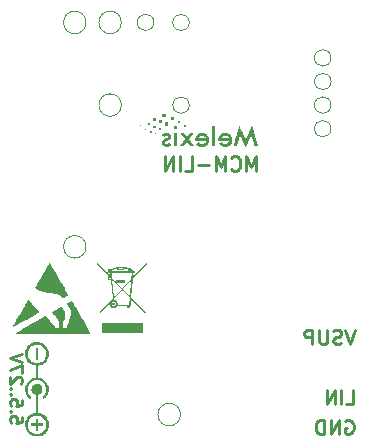
<source format=gbr>
%TF.GenerationSoftware,KiCad,Pcbnew,9.0.5-9.0.5~ubuntu24.04.1*%
%TF.CreationDate,2025-10-22T21:05:01+02:00*%
%TF.ProjectId,MCM-LIN,4d434d2d-4c49-44e2-9e6b-696361645f70,rev?*%
%TF.SameCoordinates,Original*%
%TF.FileFunction,Legend,Bot*%
%TF.FilePolarity,Positive*%
%FSLAX46Y46*%
G04 Gerber Fmt 4.6, Leading zero omitted, Abs format (unit mm)*
G04 Created by KiCad (PCBNEW 9.0.5-9.0.5~ubuntu24.04.1) date 2025-10-22 21:05:01*
%MOMM*%
%LPD*%
G01*
G04 APERTURE LIST*
%ADD10C,0.250000*%
%ADD11C,0.010000*%
%ADD12C,0.120000*%
%ADD13C,0.000000*%
G04 APERTURE END LIST*
D10*
X89721241Y-75837142D02*
X89321241Y-77037142D01*
X89321241Y-77037142D02*
X88921241Y-75837142D01*
X88578384Y-76980000D02*
X88406956Y-77037142D01*
X88406956Y-77037142D02*
X88121241Y-77037142D01*
X88121241Y-77037142D02*
X88006956Y-76980000D01*
X88006956Y-76980000D02*
X87949813Y-76922857D01*
X87949813Y-76922857D02*
X87892670Y-76808571D01*
X87892670Y-76808571D02*
X87892670Y-76694285D01*
X87892670Y-76694285D02*
X87949813Y-76580000D01*
X87949813Y-76580000D02*
X88006956Y-76522857D01*
X88006956Y-76522857D02*
X88121241Y-76465714D01*
X88121241Y-76465714D02*
X88349813Y-76408571D01*
X88349813Y-76408571D02*
X88464098Y-76351428D01*
X88464098Y-76351428D02*
X88521241Y-76294285D01*
X88521241Y-76294285D02*
X88578384Y-76180000D01*
X88578384Y-76180000D02*
X88578384Y-76065714D01*
X88578384Y-76065714D02*
X88521241Y-75951428D01*
X88521241Y-75951428D02*
X88464098Y-75894285D01*
X88464098Y-75894285D02*
X88349813Y-75837142D01*
X88349813Y-75837142D02*
X88064098Y-75837142D01*
X88064098Y-75837142D02*
X87892670Y-75894285D01*
X87378384Y-75837142D02*
X87378384Y-76808571D01*
X87378384Y-76808571D02*
X87321241Y-76922857D01*
X87321241Y-76922857D02*
X87264099Y-76980000D01*
X87264099Y-76980000D02*
X87149813Y-77037142D01*
X87149813Y-77037142D02*
X86921241Y-77037142D01*
X86921241Y-77037142D02*
X86806956Y-76980000D01*
X86806956Y-76980000D02*
X86749813Y-76922857D01*
X86749813Y-76922857D02*
X86692670Y-76808571D01*
X86692670Y-76808571D02*
X86692670Y-75837142D01*
X86121241Y-77037142D02*
X86121241Y-75837142D01*
X86121241Y-75837142D02*
X85664098Y-75837142D01*
X85664098Y-75837142D02*
X85549813Y-75894285D01*
X85549813Y-75894285D02*
X85492670Y-75951428D01*
X85492670Y-75951428D02*
X85435527Y-76065714D01*
X85435527Y-76065714D02*
X85435527Y-76237142D01*
X85435527Y-76237142D02*
X85492670Y-76351428D01*
X85492670Y-76351428D02*
X85549813Y-76408571D01*
X85549813Y-76408571D02*
X85664098Y-76465714D01*
X85664098Y-76465714D02*
X86121241Y-76465714D01*
X61535380Y-83183332D02*
X61535380Y-83659522D01*
X61535380Y-83659522D02*
X61059190Y-83707141D01*
X61059190Y-83707141D02*
X61106809Y-83659522D01*
X61106809Y-83659522D02*
X61154428Y-83564284D01*
X61154428Y-83564284D02*
X61154428Y-83326189D01*
X61154428Y-83326189D02*
X61106809Y-83230951D01*
X61106809Y-83230951D02*
X61059190Y-83183332D01*
X61059190Y-83183332D02*
X60963952Y-83135713D01*
X60963952Y-83135713D02*
X60725857Y-83135713D01*
X60725857Y-83135713D02*
X60630619Y-83183332D01*
X60630619Y-83183332D02*
X60583000Y-83230951D01*
X60583000Y-83230951D02*
X60535380Y-83326189D01*
X60535380Y-83326189D02*
X60535380Y-83564284D01*
X60535380Y-83564284D02*
X60583000Y-83659522D01*
X60583000Y-83659522D02*
X60630619Y-83707141D01*
X60630619Y-82707141D02*
X60583000Y-82659522D01*
X60583000Y-82659522D02*
X60535380Y-82707141D01*
X60535380Y-82707141D02*
X60583000Y-82754760D01*
X60583000Y-82754760D02*
X60630619Y-82707141D01*
X60630619Y-82707141D02*
X60535380Y-82707141D01*
X61535380Y-81754761D02*
X61535380Y-82230951D01*
X61535380Y-82230951D02*
X61059190Y-82278570D01*
X61059190Y-82278570D02*
X61106809Y-82230951D01*
X61106809Y-82230951D02*
X61154428Y-82135713D01*
X61154428Y-82135713D02*
X61154428Y-81897618D01*
X61154428Y-81897618D02*
X61106809Y-81802380D01*
X61106809Y-81802380D02*
X61059190Y-81754761D01*
X61059190Y-81754761D02*
X60963952Y-81707142D01*
X60963952Y-81707142D02*
X60725857Y-81707142D01*
X60725857Y-81707142D02*
X60630619Y-81754761D01*
X60630619Y-81754761D02*
X60583000Y-81802380D01*
X60583000Y-81802380D02*
X60535380Y-81897618D01*
X60535380Y-81897618D02*
X60535380Y-82135713D01*
X60535380Y-82135713D02*
X60583000Y-82230951D01*
X60583000Y-82230951D02*
X60630619Y-82278570D01*
X60630619Y-81278570D02*
X60583000Y-81230951D01*
X60583000Y-81230951D02*
X60535380Y-81278570D01*
X60535380Y-81278570D02*
X60583000Y-81326189D01*
X60583000Y-81326189D02*
X60630619Y-81278570D01*
X60630619Y-81278570D02*
X60535380Y-81278570D01*
X60630619Y-80802380D02*
X60583000Y-80754761D01*
X60583000Y-80754761D02*
X60535380Y-80802380D01*
X60535380Y-80802380D02*
X60583000Y-80849999D01*
X60583000Y-80849999D02*
X60630619Y-80802380D01*
X60630619Y-80802380D02*
X60535380Y-80802380D01*
X61440142Y-80373809D02*
X61487761Y-80326190D01*
X61487761Y-80326190D02*
X61535380Y-80230952D01*
X61535380Y-80230952D02*
X61535380Y-79992857D01*
X61535380Y-79992857D02*
X61487761Y-79897619D01*
X61487761Y-79897619D02*
X61440142Y-79850000D01*
X61440142Y-79850000D02*
X61344904Y-79802381D01*
X61344904Y-79802381D02*
X61249666Y-79802381D01*
X61249666Y-79802381D02*
X61106809Y-79850000D01*
X61106809Y-79850000D02*
X60535380Y-80421428D01*
X60535380Y-80421428D02*
X60535380Y-79802381D01*
X61535380Y-79469047D02*
X61535380Y-78802381D01*
X61535380Y-78802381D02*
X60535380Y-79230952D01*
X61535380Y-78564285D02*
X60535380Y-78230952D01*
X60535380Y-78230952D02*
X61535380Y-77897619D01*
X88978384Y-82117142D02*
X89549812Y-82117142D01*
X89549812Y-82117142D02*
X89549812Y-80917142D01*
X88578383Y-82117142D02*
X88578383Y-80917142D01*
X88006954Y-82117142D02*
X88006954Y-80917142D01*
X88006954Y-80917142D02*
X87321240Y-82117142D01*
X87321240Y-82117142D02*
X87321240Y-80917142D01*
X81328571Y-62342142D02*
X81328571Y-61142142D01*
X81328571Y-61142142D02*
X80928571Y-61999285D01*
X80928571Y-61999285D02*
X80528571Y-61142142D01*
X80528571Y-61142142D02*
X80528571Y-62342142D01*
X79271428Y-62227857D02*
X79328571Y-62285000D01*
X79328571Y-62285000D02*
X79499999Y-62342142D01*
X79499999Y-62342142D02*
X79614285Y-62342142D01*
X79614285Y-62342142D02*
X79785714Y-62285000D01*
X79785714Y-62285000D02*
X79899999Y-62170714D01*
X79899999Y-62170714D02*
X79957142Y-62056428D01*
X79957142Y-62056428D02*
X80014285Y-61827857D01*
X80014285Y-61827857D02*
X80014285Y-61656428D01*
X80014285Y-61656428D02*
X79957142Y-61427857D01*
X79957142Y-61427857D02*
X79899999Y-61313571D01*
X79899999Y-61313571D02*
X79785714Y-61199285D01*
X79785714Y-61199285D02*
X79614285Y-61142142D01*
X79614285Y-61142142D02*
X79499999Y-61142142D01*
X79499999Y-61142142D02*
X79328571Y-61199285D01*
X79328571Y-61199285D02*
X79271428Y-61256428D01*
X78757142Y-62342142D02*
X78757142Y-61142142D01*
X78757142Y-61142142D02*
X78357142Y-61999285D01*
X78357142Y-61999285D02*
X77957142Y-61142142D01*
X77957142Y-61142142D02*
X77957142Y-62342142D01*
X77385713Y-61885000D02*
X76471428Y-61885000D01*
X75328571Y-62342142D02*
X75899999Y-62342142D01*
X75899999Y-62342142D02*
X75899999Y-61142142D01*
X74928570Y-62342142D02*
X74928570Y-61142142D01*
X74357141Y-62342142D02*
X74357141Y-61142142D01*
X74357141Y-61142142D02*
X73671427Y-62342142D01*
X73671427Y-62342142D02*
X73671427Y-61142142D01*
X88921241Y-83514285D02*
X89035527Y-83457142D01*
X89035527Y-83457142D02*
X89206955Y-83457142D01*
X89206955Y-83457142D02*
X89378384Y-83514285D01*
X89378384Y-83514285D02*
X89492669Y-83628571D01*
X89492669Y-83628571D02*
X89549812Y-83742857D01*
X89549812Y-83742857D02*
X89606955Y-83971428D01*
X89606955Y-83971428D02*
X89606955Y-84142857D01*
X89606955Y-84142857D02*
X89549812Y-84371428D01*
X89549812Y-84371428D02*
X89492669Y-84485714D01*
X89492669Y-84485714D02*
X89378384Y-84600000D01*
X89378384Y-84600000D02*
X89206955Y-84657142D01*
X89206955Y-84657142D02*
X89092669Y-84657142D01*
X89092669Y-84657142D02*
X88921241Y-84600000D01*
X88921241Y-84600000D02*
X88864098Y-84542857D01*
X88864098Y-84542857D02*
X88864098Y-84142857D01*
X88864098Y-84142857D02*
X89092669Y-84142857D01*
X88349812Y-84657142D02*
X88349812Y-83457142D01*
X88349812Y-83457142D02*
X87664098Y-84657142D01*
X87664098Y-84657142D02*
X87664098Y-83457142D01*
X87092669Y-84657142D02*
X87092669Y-83457142D01*
X87092669Y-83457142D02*
X86806955Y-83457142D01*
X86806955Y-83457142D02*
X86635526Y-83514285D01*
X86635526Y-83514285D02*
X86521241Y-83628571D01*
X86521241Y-83628571D02*
X86464098Y-83742857D01*
X86464098Y-83742857D02*
X86406955Y-83971428D01*
X86406955Y-83971428D02*
X86406955Y-84142857D01*
X86406955Y-84142857D02*
X86464098Y-84371428D01*
X86464098Y-84371428D02*
X86521241Y-84485714D01*
X86521241Y-84485714D02*
X86635526Y-84600000D01*
X86635526Y-84600000D02*
X86806955Y-84657142D01*
X86806955Y-84657142D02*
X87092669Y-84657142D01*
D11*
%TO.C,REF\u002A\u002A*%
X62081106Y-73356309D02*
X62095293Y-73369978D01*
X62136662Y-73411665D01*
X62191377Y-73468418D01*
X62256780Y-73537343D01*
X62330213Y-73615545D01*
X62409016Y-73700128D01*
X62490530Y-73788199D01*
X62572097Y-73876862D01*
X62651058Y-73963222D01*
X62724753Y-74044385D01*
X62790524Y-74117456D01*
X62845711Y-74179540D01*
X62887656Y-74227741D01*
X62913701Y-74259166D01*
X62921185Y-74270920D01*
X62918616Y-74272218D01*
X62894055Y-74285924D01*
X62845474Y-74313559D01*
X62774922Y-74353944D01*
X62684443Y-74405901D01*
X62576085Y-74468251D01*
X62451894Y-74539817D01*
X62313915Y-74619421D01*
X62164196Y-74705884D01*
X62004783Y-74798029D01*
X61837721Y-74894678D01*
X61775278Y-74930813D01*
X61611153Y-75025752D01*
X61455628Y-75115660D01*
X61310724Y-75199370D01*
X61178465Y-75275717D01*
X61060874Y-75343535D01*
X60959972Y-75401657D01*
X60877783Y-75448917D01*
X60816329Y-75484149D01*
X60777634Y-75506188D01*
X60763719Y-75513866D01*
X60764345Y-75509777D01*
X60775763Y-75486276D01*
X60796763Y-75448732D01*
X60809646Y-75426510D01*
X60837042Y-75379119D01*
X60877357Y-75309323D01*
X60929279Y-75219390D01*
X60991501Y-75111588D01*
X61062713Y-74988186D01*
X61141605Y-74851452D01*
X61226868Y-74703655D01*
X61317194Y-74547063D01*
X61411272Y-74383946D01*
X61503391Y-74224269D01*
X61592950Y-74069133D01*
X61677163Y-73923358D01*
X61754767Y-73789129D01*
X61824495Y-73668631D01*
X61885084Y-73564048D01*
X61935268Y-73477565D01*
X61973782Y-73411367D01*
X61999362Y-73367639D01*
X62010742Y-73348565D01*
X62034090Y-73312147D01*
X62081106Y-73356309D01*
G36*
X62081106Y-73356309D02*
G01*
X62095293Y-73369978D01*
X62136662Y-73411665D01*
X62191377Y-73468418D01*
X62256780Y-73537343D01*
X62330213Y-73615545D01*
X62409016Y-73700128D01*
X62490530Y-73788199D01*
X62572097Y-73876862D01*
X62651058Y-73963222D01*
X62724753Y-74044385D01*
X62790524Y-74117456D01*
X62845711Y-74179540D01*
X62887656Y-74227741D01*
X62913701Y-74259166D01*
X62921185Y-74270920D01*
X62918616Y-74272218D01*
X62894055Y-74285924D01*
X62845474Y-74313559D01*
X62774922Y-74353944D01*
X62684443Y-74405901D01*
X62576085Y-74468251D01*
X62451894Y-74539817D01*
X62313915Y-74619421D01*
X62164196Y-74705884D01*
X62004783Y-74798029D01*
X61837721Y-74894678D01*
X61775278Y-74930813D01*
X61611153Y-75025752D01*
X61455628Y-75115660D01*
X61310724Y-75199370D01*
X61178465Y-75275717D01*
X61060874Y-75343535D01*
X60959972Y-75401657D01*
X60877783Y-75448917D01*
X60816329Y-75484149D01*
X60777634Y-75506188D01*
X60763719Y-75513866D01*
X60764345Y-75509777D01*
X60775763Y-75486276D01*
X60796763Y-75448732D01*
X60809646Y-75426510D01*
X60837042Y-75379119D01*
X60877357Y-75309323D01*
X60929279Y-75219390D01*
X60991501Y-75111588D01*
X61062713Y-74988186D01*
X61141605Y-74851452D01*
X61226868Y-74703655D01*
X61317194Y-74547063D01*
X61411272Y-74383946D01*
X61503391Y-74224269D01*
X61592950Y-74069133D01*
X61677163Y-73923358D01*
X61754767Y-73789129D01*
X61824495Y-73668631D01*
X61885084Y-73564048D01*
X61935268Y-73477565D01*
X61973782Y-73411367D01*
X61999362Y-73367639D01*
X62010742Y-73348565D01*
X62034090Y-73312147D01*
X62081106Y-73356309D01*
G37*
X63843830Y-70187121D02*
X63855363Y-70204457D01*
X63880770Y-70246108D01*
X63918777Y-70309857D01*
X63968107Y-70393491D01*
X64027483Y-70494795D01*
X64095629Y-70611555D01*
X64171270Y-70741554D01*
X64253129Y-70882579D01*
X64339930Y-71032414D01*
X64430396Y-71188846D01*
X64523252Y-71349659D01*
X64617221Y-71512639D01*
X64711027Y-71675570D01*
X64803394Y-71836238D01*
X64893046Y-71992428D01*
X64978706Y-72141926D01*
X65059098Y-72282517D01*
X65132947Y-72411986D01*
X65198975Y-72528118D01*
X65255907Y-72628698D01*
X65302467Y-72711513D01*
X65337378Y-72774346D01*
X65359364Y-72814983D01*
X65367149Y-72831210D01*
X65367157Y-72831334D01*
X65354603Y-72848362D01*
X65318528Y-72877225D01*
X65262687Y-72915193D01*
X65190831Y-72959533D01*
X65142643Y-72987898D01*
X65073302Y-73027342D01*
X65025004Y-73052200D01*
X64994512Y-73063870D01*
X64978590Y-73063752D01*
X64974002Y-73053243D01*
X64973652Y-73051529D01*
X64960538Y-73030628D01*
X64932270Y-72995085D01*
X64894056Y-72951529D01*
X64876425Y-72932821D01*
X64821752Y-72882458D01*
X64761292Y-72839411D01*
X64691452Y-72802419D01*
X64608640Y-72770219D01*
X64509262Y-72741548D01*
X64389725Y-72715144D01*
X64246436Y-72689746D01*
X64075801Y-72664091D01*
X63879404Y-72635173D01*
X63689544Y-72604119D01*
X63523530Y-72572990D01*
X63377652Y-72540888D01*
X63248197Y-72506915D01*
X63131453Y-72470172D01*
X63023710Y-72429763D01*
X62921255Y-72384789D01*
X62845958Y-72347700D01*
X62774035Y-72308671D01*
X62717156Y-72273828D01*
X62679769Y-72245911D01*
X62666319Y-72227660D01*
X62666716Y-72226316D01*
X62677550Y-72204808D01*
X62702115Y-72159768D01*
X62738955Y-72093718D01*
X62786617Y-72009179D01*
X62843646Y-71908673D01*
X62908588Y-71794722D01*
X62979989Y-71669847D01*
X63056394Y-71536570D01*
X63136349Y-71397413D01*
X63218400Y-71254897D01*
X63301092Y-71111544D01*
X63382971Y-70969876D01*
X63462583Y-70832414D01*
X63538474Y-70701680D01*
X63609189Y-70580196D01*
X63673274Y-70470484D01*
X63729274Y-70375064D01*
X63775736Y-70296460D01*
X63811205Y-70237191D01*
X63834227Y-70199781D01*
X63843347Y-70186751D01*
X63843830Y-70187121D01*
G36*
X63843830Y-70187121D02*
G01*
X63855363Y-70204457D01*
X63880770Y-70246108D01*
X63918777Y-70309857D01*
X63968107Y-70393491D01*
X64027483Y-70494795D01*
X64095629Y-70611555D01*
X64171270Y-70741554D01*
X64253129Y-70882579D01*
X64339930Y-71032414D01*
X64430396Y-71188846D01*
X64523252Y-71349659D01*
X64617221Y-71512639D01*
X64711027Y-71675570D01*
X64803394Y-71836238D01*
X64893046Y-71992428D01*
X64978706Y-72141926D01*
X65059098Y-72282517D01*
X65132947Y-72411986D01*
X65198975Y-72528118D01*
X65255907Y-72628698D01*
X65302467Y-72711513D01*
X65337378Y-72774346D01*
X65359364Y-72814983D01*
X65367149Y-72831210D01*
X65367157Y-72831334D01*
X65354603Y-72848362D01*
X65318528Y-72877225D01*
X65262687Y-72915193D01*
X65190831Y-72959533D01*
X65142643Y-72987898D01*
X65073302Y-73027342D01*
X65025004Y-73052200D01*
X64994512Y-73063870D01*
X64978590Y-73063752D01*
X64974002Y-73053243D01*
X64973652Y-73051529D01*
X64960538Y-73030628D01*
X64932270Y-72995085D01*
X64894056Y-72951529D01*
X64876425Y-72932821D01*
X64821752Y-72882458D01*
X64761292Y-72839411D01*
X64691452Y-72802419D01*
X64608640Y-72770219D01*
X64509262Y-72741548D01*
X64389725Y-72715144D01*
X64246436Y-72689746D01*
X64075801Y-72664091D01*
X63879404Y-72635173D01*
X63689544Y-72604119D01*
X63523530Y-72572990D01*
X63377652Y-72540888D01*
X63248197Y-72506915D01*
X63131453Y-72470172D01*
X63023710Y-72429763D01*
X62921255Y-72384789D01*
X62845958Y-72347700D01*
X62774035Y-72308671D01*
X62717156Y-72273828D01*
X62679769Y-72245911D01*
X62666319Y-72227660D01*
X62666716Y-72226316D01*
X62677550Y-72204808D01*
X62702115Y-72159768D01*
X62738955Y-72093718D01*
X62786617Y-72009179D01*
X62843646Y-71908673D01*
X62908588Y-71794722D01*
X62979989Y-71669847D01*
X63056394Y-71536570D01*
X63136349Y-71397413D01*
X63218400Y-71254897D01*
X63301092Y-71111544D01*
X63382971Y-70969876D01*
X63462583Y-70832414D01*
X63538474Y-70701680D01*
X63609189Y-70580196D01*
X63673274Y-70470484D01*
X63729274Y-70375064D01*
X63775736Y-70296460D01*
X63811205Y-70237191D01*
X63834227Y-70199781D01*
X63843347Y-70186751D01*
X63843830Y-70187121D01*
G37*
X65708317Y-73409986D02*
X65714072Y-73418571D01*
X65734635Y-73452292D01*
X65768449Y-73509146D01*
X65814220Y-73586914D01*
X65870653Y-73683378D01*
X65936454Y-73796317D01*
X66010328Y-73923514D01*
X66090981Y-74062749D01*
X66177118Y-74211803D01*
X66267445Y-74368458D01*
X66292217Y-74411467D01*
X66390170Y-74581521D01*
X66488779Y-74752700D01*
X66586030Y-74921508D01*
X66679908Y-75084449D01*
X66768401Y-75238028D01*
X66849492Y-75378747D01*
X66921168Y-75503112D01*
X66981414Y-75607626D01*
X67028217Y-75688793D01*
X67249300Y-76072117D01*
X64149346Y-76072117D01*
X64021191Y-76072105D01*
X63715770Y-76071988D01*
X63419702Y-76071748D01*
X63134429Y-76071390D01*
X62861393Y-76070922D01*
X62602035Y-76070349D01*
X62357797Y-76069678D01*
X62130119Y-76068914D01*
X61920444Y-76068065D01*
X61730213Y-76067135D01*
X61560867Y-76066132D01*
X61413848Y-76065061D01*
X61290597Y-76063929D01*
X61192556Y-76062742D01*
X61121166Y-76061505D01*
X61077868Y-76060226D01*
X61064105Y-76058909D01*
X61074324Y-76052250D01*
X61109581Y-76031029D01*
X61167491Y-75996866D01*
X61245700Y-75951117D01*
X61341853Y-75895136D01*
X61453593Y-75830279D01*
X61578566Y-75757900D01*
X61714416Y-75679355D01*
X61858788Y-75596000D01*
X62009326Y-75509189D01*
X62163675Y-75420278D01*
X62319480Y-75330622D01*
X62474386Y-75241575D01*
X62626036Y-75154494D01*
X62772076Y-75070734D01*
X62910151Y-74991649D01*
X63037904Y-74918595D01*
X63152981Y-74852927D01*
X63253026Y-74796000D01*
X63335684Y-74749170D01*
X63398599Y-74713792D01*
X63439417Y-74691220D01*
X63455781Y-74682810D01*
X63466459Y-74684895D01*
X63498628Y-74703854D01*
X63544491Y-74738978D01*
X63599010Y-74786615D01*
X63648115Y-74834302D01*
X63710659Y-74899262D01*
X63780638Y-74975101D01*
X63854466Y-75057644D01*
X63928555Y-75142714D01*
X63999318Y-75226136D01*
X64063168Y-75303735D01*
X64116517Y-75371335D01*
X64155779Y-75424760D01*
X64177365Y-75459835D01*
X64191776Y-75485451D01*
X64230913Y-75538462D01*
X64281228Y-75594858D01*
X64335546Y-75647408D01*
X64386694Y-75688876D01*
X64427497Y-75712032D01*
X64472562Y-75717384D01*
X64532696Y-75702591D01*
X64589849Y-75668672D01*
X64634203Y-75619999D01*
X64641883Y-75607371D01*
X64651662Y-75586689D01*
X64658035Y-75561800D01*
X64661412Y-75527355D01*
X64662201Y-75478008D01*
X64660811Y-75408410D01*
X64657651Y-75313214D01*
X64655386Y-75258148D01*
X64650574Y-75171063D01*
X64644895Y-75094845D01*
X64638878Y-75036195D01*
X64633053Y-75001812D01*
X64618949Y-74962534D01*
X64577136Y-74885186D01*
X64512165Y-74793537D01*
X64423240Y-74686513D01*
X64309570Y-74563036D01*
X64260242Y-74511012D01*
X64203208Y-74449642D01*
X64156134Y-74397611D01*
X64122894Y-74359212D01*
X64107359Y-74338742D01*
X64105762Y-74335492D01*
X64103847Y-74321499D01*
X64113415Y-74305985D01*
X64138385Y-74285605D01*
X64182676Y-74257017D01*
X64250208Y-74216878D01*
X64307617Y-74183368D01*
X64413262Y-74122069D01*
X64496441Y-74074455D01*
X64559948Y-74038979D01*
X64606576Y-74014095D01*
X64639120Y-73998259D01*
X64660374Y-73989923D01*
X64682367Y-73980674D01*
X64695221Y-73968253D01*
X64696424Y-73965324D01*
X64715231Y-73949030D01*
X64749605Y-73928044D01*
X64803989Y-73898756D01*
X64844144Y-73936138D01*
X64858327Y-73951282D01*
X64891325Y-73992439D01*
X64931616Y-74047391D01*
X64973452Y-74108477D01*
X65062606Y-74243435D01*
X65059107Y-74593308D01*
X65055609Y-74943181D01*
X65004663Y-74992679D01*
X64987544Y-75010325D01*
X64932646Y-75089606D01*
X64900600Y-75183881D01*
X64889682Y-75297726D01*
X64892393Y-75358725D01*
X64911531Y-75466324D01*
X64946411Y-75564529D01*
X64994012Y-75643328D01*
X65027065Y-75672060D01*
X65085819Y-75693883D01*
X65152331Y-75696400D01*
X65218086Y-75680774D01*
X65274571Y-75648166D01*
X65313273Y-75599739D01*
X65314540Y-75597114D01*
X65337933Y-75549171D01*
X65362709Y-75499068D01*
X65383742Y-75452033D01*
X65413914Y-75372756D01*
X65447202Y-75275018D01*
X65482449Y-75163174D01*
X65518499Y-75041580D01*
X65554195Y-74914591D01*
X65588380Y-74786562D01*
X65619897Y-74661848D01*
X65647590Y-74544805D01*
X65670302Y-74439789D01*
X65686876Y-74351155D01*
X65696155Y-74283258D01*
X65696984Y-74240453D01*
X65695117Y-74230728D01*
X65676928Y-74181502D01*
X65643177Y-74115645D01*
X65596825Y-74039111D01*
X65579034Y-74011531D01*
X65507552Y-73899068D01*
X65446790Y-73800718D01*
X65398087Y-73718778D01*
X65362784Y-73655551D01*
X65342222Y-73613336D01*
X65337739Y-73594433D01*
X65338258Y-73593766D01*
X65356815Y-73580151D01*
X65396472Y-73555265D01*
X65451796Y-73522422D01*
X65517354Y-73484934D01*
X65522896Y-73481822D01*
X65594077Y-73442658D01*
X65643651Y-73417682D01*
X65676176Y-73405104D01*
X65696212Y-73403135D01*
X65708317Y-73409986D01*
G36*
X65708317Y-73409986D02*
G01*
X65714072Y-73418571D01*
X65734635Y-73452292D01*
X65768449Y-73509146D01*
X65814220Y-73586914D01*
X65870653Y-73683378D01*
X65936454Y-73796317D01*
X66010328Y-73923514D01*
X66090981Y-74062749D01*
X66177118Y-74211803D01*
X66267445Y-74368458D01*
X66292217Y-74411467D01*
X66390170Y-74581521D01*
X66488779Y-74752700D01*
X66586030Y-74921508D01*
X66679908Y-75084449D01*
X66768401Y-75238028D01*
X66849492Y-75378747D01*
X66921168Y-75503112D01*
X66981414Y-75607626D01*
X67028217Y-75688793D01*
X67249300Y-76072117D01*
X64149346Y-76072117D01*
X64021191Y-76072105D01*
X63715770Y-76071988D01*
X63419702Y-76071748D01*
X63134429Y-76071390D01*
X62861393Y-76070922D01*
X62602035Y-76070349D01*
X62357797Y-76069678D01*
X62130119Y-76068914D01*
X61920444Y-76068065D01*
X61730213Y-76067135D01*
X61560867Y-76066132D01*
X61413848Y-76065061D01*
X61290597Y-76063929D01*
X61192556Y-76062742D01*
X61121166Y-76061505D01*
X61077868Y-76060226D01*
X61064105Y-76058909D01*
X61074324Y-76052250D01*
X61109581Y-76031029D01*
X61167491Y-75996866D01*
X61245700Y-75951117D01*
X61341853Y-75895136D01*
X61453593Y-75830279D01*
X61578566Y-75757900D01*
X61714416Y-75679355D01*
X61858788Y-75596000D01*
X62009326Y-75509189D01*
X62163675Y-75420278D01*
X62319480Y-75330622D01*
X62474386Y-75241575D01*
X62626036Y-75154494D01*
X62772076Y-75070734D01*
X62910151Y-74991649D01*
X63037904Y-74918595D01*
X63152981Y-74852927D01*
X63253026Y-74796000D01*
X63335684Y-74749170D01*
X63398599Y-74713792D01*
X63439417Y-74691220D01*
X63455781Y-74682810D01*
X63466459Y-74684895D01*
X63498628Y-74703854D01*
X63544491Y-74738978D01*
X63599010Y-74786615D01*
X63648115Y-74834302D01*
X63710659Y-74899262D01*
X63780638Y-74975101D01*
X63854466Y-75057644D01*
X63928555Y-75142714D01*
X63999318Y-75226136D01*
X64063168Y-75303735D01*
X64116517Y-75371335D01*
X64155779Y-75424760D01*
X64177365Y-75459835D01*
X64191776Y-75485451D01*
X64230913Y-75538462D01*
X64281228Y-75594858D01*
X64335546Y-75647408D01*
X64386694Y-75688876D01*
X64427497Y-75712032D01*
X64472562Y-75717384D01*
X64532696Y-75702591D01*
X64589849Y-75668672D01*
X64634203Y-75619999D01*
X64641883Y-75607371D01*
X64651662Y-75586689D01*
X64658035Y-75561800D01*
X64661412Y-75527355D01*
X64662201Y-75478008D01*
X64660811Y-75408410D01*
X64657651Y-75313214D01*
X64655386Y-75258148D01*
X64650574Y-75171063D01*
X64644895Y-75094845D01*
X64638878Y-75036195D01*
X64633053Y-75001812D01*
X64618949Y-74962534D01*
X64577136Y-74885186D01*
X64512165Y-74793537D01*
X64423240Y-74686513D01*
X64309570Y-74563036D01*
X64260242Y-74511012D01*
X64203208Y-74449642D01*
X64156134Y-74397611D01*
X64122894Y-74359212D01*
X64107359Y-74338742D01*
X64105762Y-74335492D01*
X64103847Y-74321499D01*
X64113415Y-74305985D01*
X64138385Y-74285605D01*
X64182676Y-74257017D01*
X64250208Y-74216878D01*
X64307617Y-74183368D01*
X64413262Y-74122069D01*
X64496441Y-74074455D01*
X64559948Y-74038979D01*
X64606576Y-74014095D01*
X64639120Y-73998259D01*
X64660374Y-73989923D01*
X64682367Y-73980674D01*
X64695221Y-73968253D01*
X64696424Y-73965324D01*
X64715231Y-73949030D01*
X64749605Y-73928044D01*
X64803989Y-73898756D01*
X64844144Y-73936138D01*
X64858327Y-73951282D01*
X64891325Y-73992439D01*
X64931616Y-74047391D01*
X64973452Y-74108477D01*
X65062606Y-74243435D01*
X65059107Y-74593308D01*
X65055609Y-74943181D01*
X65004663Y-74992679D01*
X64987544Y-75010325D01*
X64932646Y-75089606D01*
X64900600Y-75183881D01*
X64889682Y-75297726D01*
X64892393Y-75358725D01*
X64911531Y-75466324D01*
X64946411Y-75564529D01*
X64994012Y-75643328D01*
X65027065Y-75672060D01*
X65085819Y-75693883D01*
X65152331Y-75696400D01*
X65218086Y-75680774D01*
X65274571Y-75648166D01*
X65313273Y-75599739D01*
X65314540Y-75597114D01*
X65337933Y-75549171D01*
X65362709Y-75499068D01*
X65383742Y-75452033D01*
X65413914Y-75372756D01*
X65447202Y-75275018D01*
X65482449Y-75163174D01*
X65518499Y-75041580D01*
X65554195Y-74914591D01*
X65588380Y-74786562D01*
X65619897Y-74661848D01*
X65647590Y-74544805D01*
X65670302Y-74439789D01*
X65686876Y-74351155D01*
X65696155Y-74283258D01*
X65696984Y-74240453D01*
X65695117Y-74230728D01*
X65676928Y-74181502D01*
X65643177Y-74115645D01*
X65596825Y-74039111D01*
X65579034Y-74011531D01*
X65507552Y-73899068D01*
X65446790Y-73800718D01*
X65398087Y-73718778D01*
X65362784Y-73655551D01*
X65342222Y-73613336D01*
X65337739Y-73594433D01*
X65338258Y-73593766D01*
X65356815Y-73580151D01*
X65396472Y-73555265D01*
X65451796Y-73522422D01*
X65517354Y-73484934D01*
X65522896Y-73481822D01*
X65594077Y-73442658D01*
X65643651Y-73417682D01*
X65676176Y-73405104D01*
X65696212Y-73403135D01*
X65708317Y-73409986D01*
G37*
D12*
%TO.C,TP11*%
X72700000Y-49800000D02*
G75*
G02*
X71300000Y-49800000I-700000J0D01*
G01*
X71300000Y-49800000D02*
G75*
G02*
X72700000Y-49800000I700000J0D01*
G01*
%TO.C,TP9*%
X75700000Y-49800000D02*
G75*
G02*
X74300000Y-49800000I-700000J0D01*
G01*
X74300000Y-49800000D02*
G75*
G02*
X75700000Y-49800000I700000J0D01*
G01*
D13*
%TO.C,REF\u002A\u002A*%
G36*
X71764493Y-76106360D02*
G01*
X68268931Y-76106360D01*
X68268931Y-75255164D01*
X71764493Y-75255164D01*
X71764493Y-76106360D01*
G37*
G36*
X69300455Y-73524441D02*
G01*
X69306415Y-73524895D01*
X69312289Y-73525641D01*
X69318069Y-73526673D01*
X69323747Y-73527984D01*
X69329317Y-73529566D01*
X69334770Y-73531411D01*
X69340100Y-73533513D01*
X69345300Y-73535863D01*
X69350360Y-73538456D01*
X69355276Y-73541282D01*
X69360038Y-73544335D01*
X69364640Y-73547607D01*
X69369074Y-73551092D01*
X69373333Y-73554781D01*
X69377409Y-73558668D01*
X69381295Y-73562744D01*
X69384985Y-73567003D01*
X69388469Y-73571437D01*
X69391742Y-73576039D01*
X69394795Y-73580801D01*
X69397621Y-73585716D01*
X69400213Y-73590777D01*
X69402564Y-73595976D01*
X69404665Y-73601306D01*
X69406511Y-73606760D01*
X69408092Y-73612329D01*
X69409403Y-73618008D01*
X69410435Y-73623787D01*
X69411182Y-73629661D01*
X69411635Y-73635622D01*
X69411788Y-73641661D01*
X69411635Y-73647701D01*
X69411182Y-73653661D01*
X69410435Y-73659535D01*
X69409403Y-73665314D01*
X69408092Y-73670992D01*
X69406511Y-73676562D01*
X69404665Y-73682015D01*
X69402564Y-73687345D01*
X69400213Y-73692543D01*
X69397621Y-73697604D01*
X69394795Y-73702518D01*
X69391742Y-73707280D01*
X69388469Y-73711882D01*
X69384985Y-73716315D01*
X69381295Y-73720574D01*
X69377409Y-73724649D01*
X69373333Y-73728535D01*
X69369074Y-73732224D01*
X69364640Y-73735708D01*
X69360038Y-73738980D01*
X69355276Y-73742033D01*
X69350360Y-73744859D01*
X69345300Y-73747450D01*
X69340100Y-73749801D01*
X69334770Y-73751902D01*
X69329317Y-73753747D01*
X69323747Y-73755329D01*
X69318069Y-73756639D01*
X69312289Y-73757671D01*
X69306415Y-73758417D01*
X69300455Y-73758871D01*
X69294415Y-73759023D01*
X69288376Y-73758871D01*
X69282415Y-73758417D01*
X69276541Y-73757671D01*
X69270762Y-73756639D01*
X69265083Y-73755329D01*
X69259514Y-73753747D01*
X69254060Y-73751902D01*
X69248730Y-73749801D01*
X69243531Y-73747450D01*
X69238470Y-73744859D01*
X69233555Y-73742033D01*
X69228793Y-73738980D01*
X69224191Y-73735708D01*
X69219757Y-73732224D01*
X69215498Y-73728535D01*
X69211422Y-73724649D01*
X69207535Y-73720574D01*
X69203846Y-73716315D01*
X69200362Y-73711882D01*
X69197089Y-73707280D01*
X69194036Y-73702519D01*
X69191210Y-73697604D01*
X69188618Y-73692543D01*
X69186267Y-73687345D01*
X69184165Y-73682015D01*
X69182320Y-73676562D01*
X69180738Y-73670992D01*
X69179428Y-73665314D01*
X69178395Y-73659535D01*
X69177649Y-73653661D01*
X69177196Y-73647701D01*
X69177043Y-73641661D01*
X69177196Y-73635621D01*
X69177649Y-73629661D01*
X69178395Y-73623787D01*
X69179428Y-73618007D01*
X69180738Y-73612329D01*
X69182320Y-73606759D01*
X69184165Y-73601306D01*
X69186267Y-73595976D01*
X69188618Y-73590777D01*
X69191210Y-73585716D01*
X69194036Y-73580801D01*
X69197089Y-73576039D01*
X69200362Y-73571437D01*
X69203846Y-73567003D01*
X69207535Y-73562744D01*
X69211422Y-73558667D01*
X69215498Y-73554781D01*
X69219757Y-73551092D01*
X69224191Y-73547607D01*
X69228793Y-73544335D01*
X69233555Y-73541282D01*
X69238470Y-73538455D01*
X69243531Y-73535863D01*
X69248730Y-73533513D01*
X69254060Y-73531411D01*
X69259514Y-73529566D01*
X69265083Y-73527984D01*
X69270762Y-73526673D01*
X69276541Y-73525641D01*
X69282415Y-73524895D01*
X69288376Y-73524441D01*
X69294415Y-73524289D01*
X69300455Y-73524441D01*
G37*
G36*
X70846996Y-70696382D02*
G01*
X70863515Y-70709083D01*
X70879279Y-70722338D01*
X70894254Y-70736160D01*
X70908406Y-70750558D01*
X70921701Y-70765545D01*
X70934105Y-70781133D01*
X70945583Y-70797332D01*
X70956102Y-70814153D01*
X70965627Y-70831609D01*
X70974125Y-70849709D01*
X70975519Y-70852984D01*
X70976829Y-70856168D01*
X70978059Y-70859261D01*
X70979210Y-70862260D01*
X70980284Y-70865161D01*
X70981285Y-70867963D01*
X70982214Y-70870662D01*
X70983070Y-70873246D01*
X70983073Y-70873256D01*
X71110952Y-70873256D01*
X71110952Y-70993906D01*
X70965609Y-70993906D01*
X70965179Y-70998903D01*
X70934773Y-71352378D01*
X72105108Y-70119817D01*
X72105108Y-70257308D01*
X70921572Y-71505784D01*
X70909487Y-71646271D01*
X70787459Y-73064874D01*
X70802922Y-73080608D01*
X72031542Y-74330874D01*
X71960740Y-74400449D01*
X70776349Y-73194019D01*
X70728612Y-73748879D01*
X70728336Y-73751323D01*
X70727929Y-73753755D01*
X70727396Y-73756174D01*
X70726742Y-73758574D01*
X70725969Y-73760953D01*
X70725082Y-73763306D01*
X70724086Y-73765630D01*
X70722983Y-73767921D01*
X70721778Y-73770176D01*
X70720475Y-73772391D01*
X70717590Y-73776685D01*
X70714361Y-73780776D01*
X70710820Y-73784633D01*
X70706998Y-73788226D01*
X70702928Y-73791528D01*
X70698641Y-73794509D01*
X70694169Y-73797138D01*
X70691874Y-73798312D01*
X70689544Y-73799388D01*
X70687185Y-73800361D01*
X70684799Y-73801228D01*
X70682391Y-73801985D01*
X70679965Y-73802630D01*
X70677524Y-73803157D01*
X70675074Y-73803563D01*
X70675074Y-73985554D01*
X70451499Y-73985554D01*
X70451499Y-73804026D01*
X69601721Y-73804026D01*
X69590127Y-73824251D01*
X69577246Y-73843595D01*
X69563134Y-73862000D01*
X69547851Y-73879406D01*
X69531456Y-73895756D01*
X69514006Y-73910991D01*
X69495561Y-73925052D01*
X69476179Y-73937882D01*
X69455918Y-73949421D01*
X69434837Y-73959612D01*
X69412994Y-73968395D01*
X69390449Y-73975712D01*
X69367258Y-73981505D01*
X69343482Y-73985715D01*
X69319178Y-73988284D01*
X69294406Y-73989153D01*
X69276524Y-73988701D01*
X69258877Y-73987359D01*
X69241486Y-73985150D01*
X69224374Y-73982094D01*
X69207562Y-73978214D01*
X69191072Y-73973532D01*
X69174926Y-73968069D01*
X69159146Y-73961847D01*
X69143754Y-73954888D01*
X69128770Y-73947215D01*
X69114218Y-73938848D01*
X69100120Y-73929810D01*
X69086496Y-73920122D01*
X69073368Y-73909806D01*
X69060760Y-73898884D01*
X69048692Y-73887379D01*
X69037186Y-73875311D01*
X69026264Y-73862702D01*
X69015948Y-73849575D01*
X69006260Y-73835951D01*
X68997221Y-73821853D01*
X68988854Y-73807301D01*
X68981180Y-73792317D01*
X68974221Y-73776925D01*
X68967999Y-73761144D01*
X68962536Y-73744998D01*
X68957853Y-73728508D01*
X68953973Y-73711696D01*
X68950917Y-73694583D01*
X68948707Y-73677192D01*
X68947365Y-73659544D01*
X68946913Y-73641661D01*
X69113692Y-73641661D01*
X69113927Y-73650961D01*
X69114625Y-73660139D01*
X69115774Y-73669183D01*
X69117364Y-73678082D01*
X69119382Y-73686826D01*
X69121817Y-73695402D01*
X69124659Y-73703799D01*
X69127895Y-73712006D01*
X69131514Y-73720011D01*
X69135505Y-73727803D01*
X69139857Y-73735371D01*
X69144558Y-73742704D01*
X69149596Y-73749790D01*
X69154961Y-73756617D01*
X69160642Y-73763174D01*
X69166626Y-73769451D01*
X69172902Y-73775435D01*
X69179460Y-73781115D01*
X69186287Y-73786480D01*
X69193373Y-73791519D01*
X69200705Y-73796220D01*
X69208273Y-73800572D01*
X69216066Y-73804563D01*
X69224071Y-73808182D01*
X69232278Y-73811418D01*
X69240675Y-73814259D01*
X69249251Y-73816695D01*
X69257994Y-73818713D01*
X69266894Y-73820302D01*
X69275938Y-73821452D01*
X69285116Y-73822150D01*
X69294416Y-73822385D01*
X69303716Y-73822150D01*
X69312895Y-73821452D01*
X69321940Y-73820302D01*
X69330840Y-73818713D01*
X69339584Y-73816695D01*
X69348160Y-73814259D01*
X69356557Y-73811418D01*
X69364764Y-73808182D01*
X69372770Y-73804563D01*
X69380562Y-73800572D01*
X69388130Y-73796220D01*
X69395463Y-73791519D01*
X69402548Y-73786480D01*
X69409375Y-73781115D01*
X69415933Y-73775435D01*
X69422209Y-73769451D01*
X69428193Y-73763174D01*
X69433873Y-73756617D01*
X69439238Y-73749790D01*
X69444276Y-73742704D01*
X69448977Y-73735371D01*
X69453328Y-73727803D01*
X69457319Y-73720011D01*
X69460938Y-73712006D01*
X69464174Y-73703799D01*
X69467015Y-73695402D01*
X69469450Y-73686826D01*
X69471468Y-73678082D01*
X69473057Y-73669183D01*
X69474206Y-73660139D01*
X69474904Y-73650961D01*
X69475139Y-73641661D01*
X69474904Y-73632361D01*
X69474206Y-73623182D01*
X69473057Y-73614137D01*
X69471468Y-73605237D01*
X69469450Y-73596493D01*
X69467015Y-73587917D01*
X69464174Y-73579520D01*
X69460938Y-73571312D01*
X69457319Y-73563307D01*
X69453328Y-73555514D01*
X69448977Y-73547946D01*
X69444276Y-73540614D01*
X69439238Y-73533528D01*
X69433873Y-73526701D01*
X69428193Y-73520144D01*
X69422209Y-73513868D01*
X69415933Y-73507884D01*
X69409375Y-73502204D01*
X69402548Y-73496839D01*
X69395463Y-73491800D01*
X69388130Y-73487100D01*
X69380562Y-73482748D01*
X69372770Y-73478758D01*
X69364764Y-73475139D01*
X69356557Y-73471903D01*
X69348160Y-73469062D01*
X69339583Y-73466627D01*
X69330840Y-73464609D01*
X69321939Y-73463020D01*
X69312895Y-73461870D01*
X69303716Y-73461172D01*
X69294416Y-73460937D01*
X69285116Y-73461172D01*
X69275938Y-73461870D01*
X69266894Y-73463020D01*
X69257994Y-73464609D01*
X69249251Y-73466627D01*
X69240675Y-73469062D01*
X69232278Y-73471903D01*
X69224071Y-73475139D01*
X69216066Y-73478758D01*
X69208273Y-73482748D01*
X69200705Y-73487100D01*
X69193373Y-73491800D01*
X69186287Y-73496839D01*
X69179460Y-73502204D01*
X69172902Y-73507884D01*
X69166626Y-73513868D01*
X69160642Y-73520144D01*
X69154961Y-73526701D01*
X69149596Y-73533528D01*
X69144558Y-73540614D01*
X69139857Y-73547946D01*
X69135505Y-73555514D01*
X69131514Y-73563307D01*
X69127895Y-73571312D01*
X69124659Y-73579520D01*
X69121817Y-73587917D01*
X69119382Y-73596493D01*
X69117364Y-73605237D01*
X69115774Y-73614137D01*
X69114625Y-73623182D01*
X69113927Y-73632361D01*
X69113692Y-73641661D01*
X68946913Y-73641661D01*
X68946990Y-73634275D01*
X68947220Y-73626927D01*
X68947601Y-73619618D01*
X68948132Y-73612351D01*
X68948811Y-73605126D01*
X68949636Y-73597944D01*
X68950606Y-73590808D01*
X68951719Y-73583719D01*
X68189402Y-74387871D01*
X68117395Y-74319533D01*
X69190152Y-73189736D01*
X69325211Y-73189736D01*
X69335165Y-73296522D01*
X69351241Y-73298781D01*
X69367074Y-73301764D01*
X69382644Y-73305455D01*
X69397936Y-73309836D01*
X69412931Y-73314889D01*
X69427612Y-73320597D01*
X69441961Y-73326942D01*
X69455962Y-73333907D01*
X69469596Y-73341475D01*
X69482846Y-73349628D01*
X69495696Y-73358348D01*
X69508126Y-73367619D01*
X69520120Y-73377422D01*
X69531661Y-73387740D01*
X69542731Y-73398556D01*
X69553312Y-73409852D01*
X69563387Y-73421611D01*
X69572938Y-73433816D01*
X69581949Y-73446448D01*
X69590401Y-73459491D01*
X69598277Y-73472926D01*
X69605560Y-73486738D01*
X69612232Y-73500907D01*
X69618276Y-73515417D01*
X69623675Y-73530250D01*
X69628410Y-73545388D01*
X69632464Y-73560815D01*
X69635821Y-73576513D01*
X69638462Y-73592463D01*
X69640370Y-73608650D01*
X69641528Y-73625055D01*
X69641918Y-73641661D01*
X69641878Y-73646946D01*
X69641760Y-73652211D01*
X69641564Y-73657458D01*
X69641292Y-73662686D01*
X69640943Y-73667892D01*
X69640518Y-73673079D01*
X69640018Y-73678243D01*
X69639444Y-73683386D01*
X70613170Y-73683386D01*
X70665020Y-73080608D01*
X70036031Y-72439917D01*
X69325211Y-73189736D01*
X69190152Y-73189736D01*
X69202792Y-73176424D01*
X69056061Y-71602063D01*
X69177254Y-71602063D01*
X69313146Y-73060219D01*
X69967964Y-72370583D01*
X69966217Y-72368803D01*
X70103444Y-72368803D01*
X70105193Y-72370583D01*
X70676109Y-72951563D01*
X70788394Y-71646271D01*
X70103444Y-72368803D01*
X69966217Y-72368803D01*
X69190657Y-71578798D01*
X69190657Y-71602063D01*
X69177254Y-71602063D01*
X69056061Y-71602063D01*
X68781271Y-71602063D01*
X68781271Y-71289881D01*
X68886859Y-71289881D01*
X68886859Y-71493578D01*
X69045967Y-71493578D01*
X69039563Y-71424908D01*
X68906998Y-71289881D01*
X68886859Y-71289881D01*
X68781271Y-71289881D01*
X68781271Y-71181376D01*
X68800485Y-71181376D01*
X67877462Y-70241181D01*
X67877462Y-70103620D01*
X68936568Y-71181386D01*
X69016860Y-71181386D01*
X68999845Y-70998903D01*
X69121052Y-70998903D01*
X69138053Y-71181397D01*
X69190657Y-71181397D01*
X69190657Y-71439939D01*
X69243368Y-71493578D01*
X69482167Y-71736578D01*
X69482167Y-71597076D01*
X70221158Y-71597076D01*
X70221158Y-71838376D01*
X69582196Y-71838376D01*
X70035408Y-72299561D01*
X70801616Y-71492613D01*
X70844084Y-70998903D01*
X69121052Y-70998903D01*
X68999845Y-70998903D01*
X68999517Y-70995384D01*
X68995898Y-70996857D01*
X68992236Y-70998244D01*
X68988531Y-70999544D01*
X68984786Y-71000755D01*
X68981002Y-71001876D01*
X68977179Y-71002907D01*
X68973320Y-71003845D01*
X68969425Y-71004689D01*
X68965495Y-71005439D01*
X68961532Y-71006093D01*
X68957538Y-71006650D01*
X68953512Y-71007108D01*
X68949458Y-71007467D01*
X68945375Y-71007724D01*
X68941266Y-71007880D01*
X68937131Y-71007932D01*
X68928852Y-71007723D01*
X68920682Y-71007101D01*
X68912631Y-71006078D01*
X68904709Y-71004663D01*
X68896926Y-71002867D01*
X68889292Y-71000699D01*
X68881818Y-70998170D01*
X68874512Y-70995289D01*
X68867386Y-70992068D01*
X68860450Y-70988515D01*
X68853713Y-70984641D01*
X68847187Y-70980457D01*
X68840880Y-70975972D01*
X68834803Y-70971196D01*
X68828966Y-70966140D01*
X68823379Y-70960813D01*
X68818053Y-70955226D01*
X68812997Y-70949389D01*
X68808221Y-70943312D01*
X68803736Y-70937005D01*
X68799552Y-70930478D01*
X68795679Y-70923741D01*
X68792126Y-70916805D01*
X68788905Y-70909679D01*
X68786025Y-70902374D01*
X68783496Y-70894900D01*
X68781328Y-70887266D01*
X68779532Y-70879484D01*
X68778420Y-70873256D01*
X69125787Y-70873256D01*
X70527780Y-70873256D01*
X70527780Y-70763465D01*
X70733951Y-70763465D01*
X70733951Y-70873246D01*
X70854078Y-70873246D01*
X70849477Y-70865075D01*
X70844441Y-70857087D01*
X70838981Y-70849282D01*
X70833107Y-70841657D01*
X70826829Y-70834211D01*
X70820156Y-70826940D01*
X70813099Y-70819843D01*
X70805669Y-70812919D01*
X70797874Y-70806164D01*
X70789724Y-70799577D01*
X70781231Y-70793156D01*
X70772403Y-70786899D01*
X70763251Y-70780803D01*
X70753785Y-70774867D01*
X70744015Y-70769088D01*
X70733951Y-70763465D01*
X70527780Y-70763465D01*
X70527780Y-70689748D01*
X70487706Y-70680816D01*
X70446914Y-70672846D01*
X70405655Y-70665788D01*
X70364175Y-70659590D01*
X70322725Y-70654204D01*
X70281551Y-70649577D01*
X70240903Y-70645660D01*
X70201030Y-70642403D01*
X70201030Y-70647048D01*
X70201030Y-70767698D01*
X69607844Y-70767698D01*
X69607844Y-70655092D01*
X69567922Y-70660656D01*
X69528206Y-70667053D01*
X69488938Y-70674333D01*
X69450354Y-70682550D01*
X69412687Y-70691755D01*
X69376172Y-70702001D01*
X69341041Y-70713340D01*
X69307529Y-70725826D01*
X69275870Y-70739510D01*
X69246297Y-70754444D01*
X69232367Y-70762397D01*
X69219046Y-70770682D01*
X69206364Y-70779306D01*
X69194349Y-70788276D01*
X69183032Y-70797598D01*
X69172441Y-70807278D01*
X69162605Y-70817323D01*
X69153555Y-70827740D01*
X69145319Y-70838535D01*
X69137926Y-70849715D01*
X69131406Y-70861287D01*
X69125787Y-70873256D01*
X68778420Y-70873256D01*
X68778117Y-70871562D01*
X68777094Y-70863512D01*
X68776473Y-70855343D01*
X68776264Y-70847065D01*
X68776473Y-70838787D01*
X68777094Y-70830617D01*
X68778117Y-70822566D01*
X68779532Y-70814644D01*
X68781328Y-70806861D01*
X68783496Y-70799227D01*
X68786025Y-70791752D01*
X68788905Y-70784447D01*
X68792126Y-70777321D01*
X68795679Y-70770385D01*
X68799552Y-70763648D01*
X68803736Y-70757121D01*
X68808221Y-70750814D01*
X68812997Y-70744737D01*
X68818053Y-70738900D01*
X68823379Y-70733314D01*
X68828966Y-70727987D01*
X68834803Y-70722931D01*
X68840880Y-70718156D01*
X68847187Y-70713671D01*
X68853713Y-70709487D01*
X68860450Y-70705613D01*
X68867386Y-70702061D01*
X68874512Y-70698840D01*
X68881818Y-70695959D01*
X68889292Y-70693430D01*
X68896926Y-70691263D01*
X68904709Y-70689467D01*
X68912631Y-70688052D01*
X68920682Y-70687029D01*
X68928852Y-70686408D01*
X68937131Y-70686199D01*
X68946695Y-70686478D01*
X68956113Y-70687307D01*
X68965367Y-70688669D01*
X68974442Y-70690548D01*
X68983324Y-70692930D01*
X68991995Y-70695798D01*
X69000440Y-70699136D01*
X69008645Y-70702930D01*
X69016592Y-70707163D01*
X69024267Y-70711820D01*
X69031653Y-70716884D01*
X69038735Y-70722341D01*
X69045498Y-70728175D01*
X69051926Y-70734370D01*
X69058003Y-70740910D01*
X69063713Y-70747780D01*
X69085663Y-70724357D01*
X69110010Y-70702507D01*
X69136585Y-70682178D01*
X69165219Y-70663317D01*
X69195743Y-70645872D01*
X69227987Y-70629788D01*
X69261782Y-70615014D01*
X69296960Y-70601496D01*
X69325822Y-70591730D01*
X69728514Y-70591730D01*
X69728514Y-70647048D01*
X70080400Y-70647048D01*
X70080400Y-70591730D01*
X69728514Y-70591730D01*
X69325822Y-70591730D01*
X69333352Y-70589182D01*
X69370787Y-70578018D01*
X69409097Y-70567952D01*
X69448113Y-70558932D01*
X69487666Y-70550903D01*
X69527587Y-70543813D01*
X69607844Y-70532241D01*
X69607844Y-70471090D01*
X70201030Y-70471090D01*
X70201030Y-70518867D01*
X70241035Y-70521742D01*
X70281606Y-70525291D01*
X70322580Y-70529568D01*
X70363794Y-70534628D01*
X70405085Y-70540526D01*
X70446288Y-70547316D01*
X70487241Y-70555052D01*
X70527780Y-70563789D01*
X70527780Y-70551453D01*
X70733941Y-70551453D01*
X70733941Y-70631192D01*
X70754273Y-70640803D01*
X70774054Y-70650900D01*
X70793251Y-70661495D01*
X70811830Y-70672600D01*
X70829756Y-70684225D01*
X70837587Y-70689748D01*
X70846996Y-70696382D01*
G37*
%TO.C,G\u002A\u002A\u002A*%
G36*
X62900000Y-77850000D02*
G01*
X62900000Y-78350000D01*
X62800000Y-78350000D01*
X62700000Y-78350000D01*
X62700000Y-77850000D01*
X62700000Y-77350000D01*
X62800000Y-77350000D01*
X62900000Y-77350000D01*
X62900000Y-77850000D01*
G37*
G36*
X62900000Y-83550000D02*
G01*
X62900000Y-83750000D01*
X63098333Y-83750000D01*
X63108135Y-83750008D01*
X63168320Y-83750425D01*
X63221074Y-83751402D01*
X63263256Y-83752836D01*
X63291723Y-83754625D01*
X63303333Y-83756666D01*
X63304901Y-83760853D01*
X63307519Y-83781636D01*
X63309326Y-83815110D01*
X63310000Y-83856459D01*
X63310000Y-83949585D01*
X63107500Y-83952292D01*
X62905000Y-83955000D01*
X62902291Y-84157859D01*
X62899583Y-84360719D01*
X62802291Y-84357859D01*
X62705000Y-84355000D01*
X62702292Y-84152500D01*
X62699585Y-83950000D01*
X62499792Y-83950000D01*
X62300000Y-83950000D01*
X62300000Y-83850000D01*
X62300000Y-83750000D01*
X62500000Y-83750000D01*
X62700000Y-83750000D01*
X62700000Y-83550000D01*
X62700000Y-83350000D01*
X62800000Y-83350000D01*
X62900000Y-83350000D01*
X62900000Y-83550000D01*
G37*
G36*
X62916510Y-80398122D02*
G01*
X63008252Y-80430190D01*
X63043344Y-80449682D01*
X63096061Y-80488521D01*
X63146527Y-80535417D01*
X63189321Y-80585165D01*
X63219020Y-80632559D01*
X63230047Y-80657074D01*
X63259376Y-80750183D01*
X63270295Y-80844011D01*
X63263159Y-80936194D01*
X63238322Y-81024367D01*
X63196140Y-81106166D01*
X63136968Y-81179228D01*
X63084257Y-81226458D01*
X63022613Y-81266170D01*
X62952350Y-81295178D01*
X62899877Y-81312342D01*
X62902438Y-82083365D01*
X62905000Y-82854389D01*
X62977845Y-82866585D01*
X63059712Y-82883676D01*
X63191984Y-82926724D01*
X63314653Y-82986470D01*
X63426580Y-83061832D01*
X63526628Y-83151728D01*
X63613661Y-83255074D01*
X63686541Y-83370790D01*
X63744130Y-83497793D01*
X63785292Y-83635000D01*
X63786082Y-83638573D01*
X63791761Y-83676168D01*
X63795238Y-83726513D01*
X63796620Y-83791994D01*
X63796013Y-83875000D01*
X63795620Y-83897044D01*
X63794097Y-83959223D01*
X63791883Y-84007083D01*
X63788494Y-84044995D01*
X63783447Y-84077332D01*
X63776260Y-84108465D01*
X63766450Y-84142766D01*
X63753574Y-84182603D01*
X63698319Y-84313556D01*
X63627268Y-84432917D01*
X63541418Y-84539714D01*
X63441769Y-84632973D01*
X63329317Y-84711722D01*
X63205061Y-84774987D01*
X63070000Y-84821795D01*
X63061353Y-84824125D01*
X63028936Y-84832019D01*
X62997712Y-84837656D01*
X62963444Y-84841399D01*
X62921895Y-84843611D01*
X62868826Y-84844654D01*
X62800000Y-84844890D01*
X62781134Y-84844865D01*
X62716848Y-84844393D01*
X62667421Y-84843064D01*
X62628748Y-84840521D01*
X62596719Y-84836408D01*
X62567225Y-84830371D01*
X62536159Y-84822053D01*
X62470932Y-84801132D01*
X62339359Y-84744675D01*
X62220021Y-84673395D01*
X62113784Y-84588430D01*
X62021515Y-84490920D01*
X61944079Y-84382001D01*
X61882344Y-84262811D01*
X61837174Y-84134489D01*
X61809438Y-83998173D01*
X61800799Y-83867122D01*
X62021908Y-83867122D01*
X62033022Y-83982968D01*
X62060507Y-84096110D01*
X62103251Y-84203722D01*
X62160141Y-84302981D01*
X62230064Y-84391060D01*
X62311908Y-84465136D01*
X62368487Y-84503347D01*
X62445059Y-84545672D01*
X62525064Y-84581693D01*
X62600000Y-84607217D01*
X62622644Y-84612331D01*
X62680678Y-84620147D01*
X62749366Y-84624409D01*
X62822646Y-84625134D01*
X62894457Y-84622334D01*
X62958736Y-84616025D01*
X63009421Y-84606221D01*
X63125745Y-84564623D01*
X63233183Y-84506458D01*
X63328568Y-84433559D01*
X63410663Y-84347230D01*
X63478234Y-84248773D01*
X63530043Y-84139492D01*
X63564854Y-84020689D01*
X63565750Y-84016295D01*
X63574080Y-83955807D01*
X63578198Y-83884956D01*
X63578098Y-83811220D01*
X63573770Y-83742076D01*
X63565208Y-83685000D01*
X63532542Y-83573195D01*
X63481360Y-83461794D01*
X63415019Y-83362407D01*
X63334606Y-83276012D01*
X63241207Y-83203589D01*
X63135911Y-83146117D01*
X63019802Y-83104577D01*
X62893970Y-83079948D01*
X62798977Y-83074157D01*
X62677567Y-83083414D01*
X62560073Y-83110867D01*
X62448790Y-83155746D01*
X62346013Y-83217281D01*
X62254038Y-83294701D01*
X62235888Y-83313220D01*
X62157981Y-83408203D01*
X62097998Y-83511154D01*
X62055218Y-83623521D01*
X62028920Y-83746753D01*
X62028278Y-83751396D01*
X62021908Y-83867122D01*
X61800799Y-83867122D01*
X61800000Y-83854999D01*
X61804409Y-83756789D01*
X61826224Y-83618593D01*
X61865415Y-83487743D01*
X61920999Y-83365518D01*
X61991995Y-83253199D01*
X62077420Y-83152066D01*
X62176294Y-83063400D01*
X62287633Y-82988482D01*
X62410456Y-82928591D01*
X62543782Y-82885009D01*
X62570800Y-82878426D01*
X62613993Y-82868943D01*
X62649408Y-82862424D01*
X62671282Y-82860000D01*
X62700000Y-82860000D01*
X62700000Y-82086339D01*
X62699999Y-81312679D01*
X62642009Y-81291535D01*
X62618630Y-81282346D01*
X62534314Y-81236466D01*
X62462892Y-81176208D01*
X62405767Y-81103270D01*
X62364340Y-81019349D01*
X62340016Y-80926141D01*
X62334288Y-80854229D01*
X62342868Y-80762160D01*
X62368411Y-80674351D01*
X62409678Y-80593735D01*
X62465430Y-80523245D01*
X62534428Y-80465817D01*
X62547576Y-80457388D01*
X62634593Y-80414855D01*
X62726924Y-80390661D01*
X62798977Y-80386373D01*
X62821815Y-80385014D01*
X62916510Y-80398122D01*
G37*
G36*
X62805000Y-76855536D02*
G01*
X62862292Y-76856270D01*
X62948397Y-76861115D01*
X63023617Y-76871316D01*
X63093347Y-76887980D01*
X63162981Y-76912210D01*
X63237914Y-76945110D01*
X63302800Y-76978522D01*
X63421142Y-77055561D01*
X63525106Y-77146233D01*
X63614084Y-77249775D01*
X63687465Y-77365425D01*
X63744642Y-77492420D01*
X63785005Y-77630000D01*
X63790988Y-77666684D01*
X63795946Y-77726927D01*
X63798042Y-77797568D01*
X63797422Y-77873557D01*
X63794230Y-77949844D01*
X63788610Y-78021380D01*
X63780709Y-78083115D01*
X63770670Y-78130000D01*
X63767730Y-78139818D01*
X63729288Y-78243321D01*
X63678663Y-78345536D01*
X63618736Y-78441788D01*
X63552388Y-78527401D01*
X63482500Y-78597702D01*
X63450322Y-78624496D01*
X63336462Y-78704184D01*
X63214235Y-78766942D01*
X63081823Y-78813594D01*
X62937407Y-78844965D01*
X62899815Y-78850940D01*
X62902407Y-79351920D01*
X62905000Y-79852900D01*
X62998920Y-79871873D01*
X63080030Y-79891210D01*
X63200034Y-79932992D01*
X63310412Y-79989561D01*
X63414341Y-80062657D01*
X63515000Y-80154014D01*
X63577418Y-80221465D01*
X63641512Y-80304870D01*
X63694236Y-80393313D01*
X63738448Y-80491715D01*
X63777010Y-80605000D01*
X63782051Y-80623681D01*
X63787372Y-80651504D01*
X63791026Y-80684957D01*
X63793261Y-80727632D01*
X63794331Y-80783116D01*
X63794485Y-80855000D01*
X63794156Y-80919914D01*
X63793273Y-80972250D01*
X63791434Y-81012555D01*
X63788230Y-81044906D01*
X63783250Y-81073378D01*
X63776085Y-81102051D01*
X63766324Y-81135000D01*
X63730299Y-81232300D01*
X63674922Y-81342611D01*
X63607593Y-81446392D01*
X63531213Y-81539241D01*
X63448685Y-81616757D01*
X63433634Y-81628765D01*
X63405174Y-81650521D01*
X63384808Y-81664764D01*
X63376189Y-81668867D01*
X63375856Y-81668465D01*
X63362264Y-81650390D01*
X63342937Y-81622816D01*
X63320733Y-81590065D01*
X63298510Y-81556456D01*
X63279127Y-81526310D01*
X63265440Y-81503947D01*
X63260309Y-81493687D01*
X63264974Y-81486545D01*
X63281981Y-81470262D01*
X63307110Y-81450000D01*
X63330240Y-81431174D01*
X63389839Y-81370093D01*
X63446079Y-81295356D01*
X63496103Y-81211541D01*
X63537053Y-81123229D01*
X63566071Y-81035000D01*
X63568210Y-81026127D01*
X63578784Y-80959882D01*
X63583813Y-80883242D01*
X63583303Y-80803611D01*
X63577263Y-80728396D01*
X63565700Y-80665000D01*
X63565658Y-80664839D01*
X63525303Y-80547311D01*
X63468994Y-80439904D01*
X63398367Y-80343828D01*
X63315055Y-80260291D01*
X63220691Y-80190502D01*
X63116911Y-80135670D01*
X63005348Y-80097002D01*
X62887636Y-80075709D01*
X62765408Y-80072998D01*
X62743989Y-80074458D01*
X62691589Y-80079741D01*
X62642474Y-80086755D01*
X62605000Y-80094387D01*
X62565001Y-80106897D01*
X62495280Y-80135597D01*
X62422868Y-80172234D01*
X62354832Y-80213120D01*
X62298240Y-80254564D01*
X62218047Y-80332392D01*
X62146213Y-80427405D01*
X62090131Y-80531746D01*
X62050408Y-80643150D01*
X62027652Y-80759354D01*
X62022473Y-80878094D01*
X62035478Y-80997104D01*
X62067276Y-81114122D01*
X62078772Y-81143624D01*
X62115151Y-81218536D01*
X62160133Y-81292272D01*
X62210455Y-81360252D01*
X62262855Y-81417895D01*
X62314069Y-81460620D01*
X62323342Y-81467224D01*
X62342339Y-81483142D01*
X62349931Y-81493477D01*
X62347921Y-81498095D01*
X62337057Y-81516372D01*
X62319211Y-81544304D01*
X62297159Y-81577704D01*
X62273680Y-81612387D01*
X62251552Y-81644166D01*
X62233553Y-81668854D01*
X62233466Y-81668965D01*
X62222224Y-81668101D01*
X62200688Y-81654246D01*
X62171243Y-81629801D01*
X62136275Y-81597171D01*
X62098168Y-81558756D01*
X62059307Y-81516961D01*
X62022076Y-81474188D01*
X61988862Y-81432840D01*
X61962048Y-81395319D01*
X61956772Y-81387173D01*
X61893397Y-81270146D01*
X61846246Y-81144002D01*
X61815835Y-81011827D01*
X61802683Y-80876710D01*
X61807310Y-80741738D01*
X61830232Y-80610000D01*
X61846786Y-80554418D01*
X61881039Y-80467318D01*
X61924392Y-80378467D01*
X61973406Y-80294710D01*
X62024644Y-80222891D01*
X62034582Y-80210794D01*
X62116937Y-80124917D01*
X62211785Y-80047484D01*
X62315446Y-79980627D01*
X62424238Y-79926479D01*
X62534483Y-79887173D01*
X62642500Y-79864841D01*
X62700000Y-79857695D01*
X62700000Y-79354521D01*
X62699993Y-79299708D01*
X62699915Y-79194926D01*
X62699703Y-79107757D01*
X62699302Y-79036569D01*
X62698654Y-78979730D01*
X62697703Y-78935607D01*
X62696394Y-78902569D01*
X62694670Y-78878983D01*
X62692475Y-78863217D01*
X62689752Y-78853638D01*
X62686446Y-78848615D01*
X62682500Y-78846514D01*
X62674349Y-78844626D01*
X62647810Y-78839812D01*
X62615000Y-78834869D01*
X62577613Y-78828628D01*
X62471353Y-78799634D01*
X62363861Y-78755165D01*
X62259550Y-78697547D01*
X62162832Y-78629102D01*
X62078121Y-78552154D01*
X61995837Y-78455692D01*
X61920643Y-78339603D01*
X61863735Y-78215458D01*
X61825157Y-78083377D01*
X61804954Y-77943481D01*
X61803989Y-77863703D01*
X62021535Y-77863703D01*
X62033464Y-77987533D01*
X62065326Y-78110958D01*
X62089235Y-78173634D01*
X62130022Y-78253408D01*
X62181993Y-78326796D01*
X62249094Y-78400000D01*
X62257874Y-78408619D01*
X62323627Y-78467870D01*
X62386815Y-78513771D01*
X62453426Y-78550186D01*
X62529445Y-78580981D01*
X62530619Y-78581395D01*
X62649909Y-78613659D01*
X62769233Y-78627433D01*
X62886836Y-78623601D01*
X63000963Y-78603045D01*
X63109861Y-78566646D01*
X63211776Y-78515289D01*
X63304952Y-78449854D01*
X63387635Y-78371226D01*
X63458072Y-78280285D01*
X63514507Y-78177916D01*
X63555186Y-78065000D01*
X63558970Y-78049283D01*
X63567560Y-77995068D01*
X63573333Y-77929701D01*
X63576130Y-77859345D01*
X63575793Y-77790167D01*
X63572162Y-77728330D01*
X63565080Y-77680000D01*
X63534660Y-77575666D01*
X63483708Y-77463352D01*
X63417140Y-77362850D01*
X63335868Y-77275118D01*
X63240800Y-77201115D01*
X63132846Y-77141799D01*
X63012914Y-77098129D01*
X63001092Y-77094884D01*
X62960461Y-77085674D01*
X62918336Y-77079881D01*
X62868566Y-77076849D01*
X62805000Y-77075920D01*
X62797787Y-77075922D01*
X62715001Y-77078333D01*
X62644573Y-77086208D01*
X62579758Y-77101060D01*
X62513815Y-77124399D01*
X62440000Y-77157737D01*
X62396891Y-77179716D01*
X62361417Y-77201013D01*
X62328548Y-77225439D01*
X62292985Y-77256932D01*
X62249431Y-77299431D01*
X62207131Y-77342773D01*
X62175589Y-77378365D01*
X62151135Y-77411235D01*
X62129831Y-77446680D01*
X62107737Y-77490000D01*
X62104938Y-77495815D01*
X62057314Y-77617241D01*
X62029499Y-77740071D01*
X62021535Y-77863703D01*
X61803989Y-77863703D01*
X61803168Y-77795892D01*
X61805233Y-77763092D01*
X61825426Y-77621254D01*
X61863471Y-77488425D01*
X61919364Y-77364615D01*
X61993100Y-77249836D01*
X62084675Y-77144100D01*
X62114556Y-77114973D01*
X62207685Y-77036796D01*
X62306249Y-76973682D01*
X62414618Y-76923102D01*
X62537165Y-76882531D01*
X62541095Y-76881442D01*
X62579674Y-76871339D01*
X62613475Y-76864227D01*
X62647454Y-76859593D01*
X62686565Y-76856930D01*
X62735762Y-76855726D01*
X62800000Y-76855472D01*
X62805000Y-76855536D01*
G37*
D12*
%TO.C,TP6*%
X87700000Y-58800000D02*
G75*
G02*
X86300000Y-58800000I-700000J0D01*
G01*
X86300000Y-58800000D02*
G75*
G02*
X87700000Y-58800000I700000J0D01*
G01*
%TO.C,TP8*%
X66950000Y-68800000D02*
G75*
G02*
X65050000Y-68800000I-950000J0D01*
G01*
X65050000Y-68800000D02*
G75*
G02*
X66950000Y-68800000I950000J0D01*
G01*
%TO.C,TP2*%
X69950000Y-49800000D02*
G75*
G02*
X68050000Y-49800000I-950000J0D01*
G01*
X68050000Y-49800000D02*
G75*
G02*
X69950000Y-49800000I950000J0D01*
G01*
%TO.C,TP10*%
X74950000Y-83000000D02*
G75*
G02*
X73050000Y-83000000I-950000J0D01*
G01*
X73050000Y-83000000D02*
G75*
G02*
X74950000Y-83000000I950000J0D01*
G01*
%TO.C,TP7*%
X69950000Y-56800000D02*
G75*
G02*
X68050000Y-56800000I-950000J0D01*
G01*
X68050000Y-56800000D02*
G75*
G02*
X69950000Y-56800000I950000J0D01*
G01*
%TO.C,TP4*%
X87700000Y-52800000D02*
G75*
G02*
X86300000Y-52800000I-700000J0D01*
G01*
X86300000Y-52800000D02*
G75*
G02*
X87700000Y-52800000I700000J0D01*
G01*
%TO.C,TP1*%
X66950000Y-49800000D02*
G75*
G02*
X65050000Y-49800000I-950000J0D01*
G01*
X65050000Y-49800000D02*
G75*
G02*
X66950000Y-49800000I950000J0D01*
G01*
D13*
%TO.C,LOG1*%
G36*
X71603857Y-58595945D02*
G01*
X71507676Y-58595945D01*
X71507676Y-58507779D01*
X71603857Y-58507779D01*
X71603857Y-58595945D01*
G37*
G36*
X72389342Y-58515794D02*
G01*
X72229039Y-58515794D01*
X72229039Y-58355491D01*
X72389342Y-58355491D01*
X72389342Y-58515794D01*
G37*
G36*
X72846205Y-58107021D02*
G01*
X72645826Y-58107021D01*
X72645826Y-57898628D01*
X72846205Y-57898628D01*
X72846205Y-58107021D01*
G37*
G36*
X72846205Y-58732203D02*
G01*
X72669872Y-58732203D01*
X72669872Y-58555870D01*
X72846205Y-58555870D01*
X72846205Y-58732203D01*
G37*
G36*
X72902311Y-59237157D02*
G01*
X72830175Y-59237157D01*
X72830175Y-59173036D01*
X72902311Y-59173036D01*
X72902311Y-59237157D01*
G37*
G36*
X73375205Y-58331446D02*
G01*
X73142765Y-58331446D01*
X73142765Y-58099006D01*
X73375205Y-58099006D01*
X73375205Y-58331446D01*
G37*
G36*
X73295053Y-58916551D02*
G01*
X73158796Y-58916551D01*
X73158796Y-58772279D01*
X73295053Y-58772279D01*
X73295053Y-58916551D01*
G37*
G36*
X73695811Y-57842522D02*
G01*
X73415280Y-57842522D01*
X73415280Y-57561992D01*
X73695811Y-57561992D01*
X73695811Y-57842522D01*
G37*
G36*
X73904204Y-58539839D02*
G01*
X73623674Y-58539839D01*
X73623674Y-58259309D01*
X73904204Y-58259309D01*
X73904204Y-58539839D01*
G37*
G36*
X74681674Y-58860445D02*
G01*
X74409159Y-58860445D01*
X74409159Y-58587930D01*
X74681674Y-58587930D01*
X74681674Y-58860445D01*
G37*
G36*
X74681674Y-60303172D02*
G01*
X74409159Y-60303172D01*
X74409159Y-59157006D01*
X74681674Y-59157006D01*
X74681674Y-60303172D01*
G37*
G36*
X74954189Y-58307400D02*
G01*
X74777855Y-58307400D01*
X74777855Y-58131067D01*
X74954189Y-58131067D01*
X74954189Y-58307400D01*
G37*
G36*
X77903763Y-60303172D02*
G01*
X77631248Y-60303172D01*
X77631248Y-58587930D01*
X77903763Y-58587930D01*
X77903763Y-60303172D01*
G37*
G36*
X72517584Y-59165021D02*
G01*
X72356701Y-59165021D01*
X72361289Y-59008725D01*
X72439436Y-59006431D01*
X72517584Y-59004137D01*
X72517584Y-59165021D01*
G37*
G36*
X74433204Y-58083355D02*
G01*
X74294943Y-58081162D01*
X74156682Y-58078968D01*
X74154488Y-57940707D01*
X74152295Y-57802446D01*
X74433204Y-57802446D01*
X74433204Y-58083355D01*
G37*
G36*
X72032668Y-58792317D02*
G01*
X72035084Y-58843571D01*
X72035726Y-58868564D01*
X72035154Y-58892368D01*
X72033332Y-58905688D01*
X72025986Y-58911649D01*
X72006375Y-58915383D01*
X71972806Y-58916551D01*
X71916448Y-58916551D01*
X71916448Y-58787607D01*
X72032668Y-58792317D01*
G37*
G36*
X75401446Y-58563041D02*
G01*
X75402072Y-58588032D01*
X75401452Y-58611991D01*
X75399558Y-58625511D01*
X75398310Y-58627742D01*
X75389038Y-58632772D01*
X75369557Y-58634848D01*
X75337028Y-58634371D01*
X75278802Y-58632014D01*
X75278802Y-58511786D01*
X75399029Y-58511786D01*
X75401446Y-58563041D01*
G37*
G36*
X73875495Y-59143679D02*
G01*
X73946844Y-59167738D01*
X74011791Y-59204756D01*
X74068172Y-59254206D01*
X74100241Y-59295500D01*
X74130875Y-59355874D01*
X74148404Y-59421043D01*
X74152070Y-59487901D01*
X74141117Y-59553341D01*
X74138319Y-59562555D01*
X74121224Y-59605747D01*
X74098040Y-59644260D01*
X74067173Y-59679450D01*
X74027030Y-59712675D01*
X73976016Y-59745293D01*
X73912538Y-59778662D01*
X73835003Y-59814139D01*
X73821484Y-59820067D01*
X73780328Y-59838729D01*
X73742996Y-59856512D01*
X73713140Y-59871642D01*
X73694415Y-59882349D01*
X73679162Y-59893937D01*
X73655111Y-59919000D01*
X73638158Y-59945573D01*
X73631719Y-59968937D01*
X73631759Y-59971014D01*
X73640228Y-59999674D01*
X73661751Y-60027908D01*
X73693851Y-60052387D01*
X73706432Y-60059424D01*
X73729324Y-60069009D01*
X73754181Y-60073488D01*
X73787985Y-60074502D01*
X73828832Y-60071496D01*
X73868379Y-60060740D01*
X73907577Y-60040366D01*
X73951035Y-60008507D01*
X73985843Y-59980274D01*
X74091300Y-60031113D01*
X74107720Y-60039036D01*
X74143215Y-60056225D01*
X74172155Y-60070322D01*
X74191909Y-60080045D01*
X74199847Y-60084107D01*
X74200318Y-60087935D01*
X74192724Y-60102067D01*
X74176057Y-60124312D01*
X74151799Y-60152754D01*
X74121432Y-60185477D01*
X74072722Y-60230885D01*
X74008306Y-60275382D01*
X73937816Y-60306977D01*
X73858010Y-60327415D01*
X73834659Y-60330119D01*
X73799341Y-60331486D01*
X73763939Y-60330576D01*
X73692022Y-60320549D01*
X73620772Y-60297209D01*
X73555806Y-60259990D01*
X73494872Y-60207868D01*
X73471120Y-60182132D01*
X73428133Y-60120806D01*
X73400503Y-60055892D01*
X73388409Y-59987902D01*
X73392033Y-59917344D01*
X73399469Y-59881521D01*
X73417553Y-59829982D01*
X73444508Y-59783187D01*
X73481510Y-59740047D01*
X73529736Y-59699471D01*
X73590363Y-59660367D01*
X73664565Y-59621646D01*
X73753521Y-59582217D01*
X73777987Y-59571501D01*
X73828865Y-59544693D01*
X73867726Y-59517127D01*
X73892615Y-59490098D01*
X73898499Y-59479750D01*
X73901458Y-59463585D01*
X73896244Y-59441709D01*
X73894523Y-59436893D01*
X73880915Y-59414507D01*
X73859081Y-59399861D01*
X73826632Y-59391868D01*
X73781182Y-59389445D01*
X73756302Y-59389887D01*
X73727875Y-59392972D01*
X73703088Y-59400473D01*
X73674583Y-59414094D01*
X73651865Y-59426647D01*
X73622862Y-59444178D01*
X73600998Y-59459070D01*
X73574315Y-59479395D01*
X73552907Y-59459989D01*
X73540819Y-59449092D01*
X73518595Y-59429146D01*
X73490676Y-59404146D01*
X73460415Y-59377096D01*
X73389331Y-59313610D01*
X73424193Y-59282672D01*
X73439819Y-59269518D01*
X73488430Y-59234421D01*
X73543562Y-59201032D01*
X73599402Y-59172694D01*
X73650137Y-59152748D01*
X73722257Y-59136539D01*
X73799911Y-59133104D01*
X73875495Y-59143679D01*
G37*
G36*
X79333311Y-59604651D02*
G01*
X79344954Y-59696708D01*
X79343727Y-59790088D01*
X79329450Y-59881890D01*
X79301943Y-59969215D01*
X79278583Y-60019195D01*
X79228853Y-60096754D01*
X79167281Y-60165644D01*
X79095626Y-60224509D01*
X79015646Y-60271992D01*
X78929102Y-60306734D01*
X78837752Y-60327379D01*
X78831878Y-60328119D01*
X78797892Y-60330540D01*
X78757179Y-60331330D01*
X78717300Y-60330306D01*
X78702558Y-60329395D01*
X78601025Y-60315926D01*
X78508789Y-60289990D01*
X78424428Y-60250948D01*
X78346518Y-60198161D01*
X78273638Y-60130990D01*
X78256227Y-60112293D01*
X78235639Y-60089026D01*
X78221566Y-60071646D01*
X78216353Y-60062940D01*
X78217028Y-60061721D01*
X78226632Y-60052414D01*
X78245516Y-60036322D01*
X78270988Y-60015547D01*
X78300356Y-59992196D01*
X78330928Y-59968371D01*
X78360013Y-59946178D01*
X78384919Y-59927721D01*
X78402956Y-59915103D01*
X78411430Y-59910429D01*
X78413556Y-59911766D01*
X78424991Y-59921668D01*
X78443706Y-59939113D01*
X78466971Y-59961587D01*
X78482746Y-59976420D01*
X78543913Y-60022410D01*
X78609758Y-60053895D01*
X78682450Y-60071986D01*
X78700314Y-60074294D01*
X78773768Y-60074855D01*
X78843934Y-60061618D01*
X78908956Y-60035721D01*
X78966975Y-59998299D01*
X79016134Y-59950493D01*
X79054573Y-59893439D01*
X79080436Y-59828274D01*
X79088712Y-59798217D01*
X78157977Y-59798217D01*
X78162550Y-59712055D01*
X78172772Y-59619038D01*
X78186148Y-59565778D01*
X78463917Y-59565778D01*
X78758647Y-59565778D01*
X78825277Y-59565642D01*
X78886526Y-59565266D01*
X78940618Y-59564680D01*
X78985779Y-59563915D01*
X79020235Y-59563000D01*
X79042209Y-59561965D01*
X79049929Y-59560841D01*
X79048081Y-59555249D01*
X79037831Y-59538887D01*
X79021334Y-59517164D01*
X79001723Y-59493902D01*
X78982130Y-59472925D01*
X78965689Y-59458055D01*
X78950591Y-59447673D01*
X78921690Y-59430552D01*
X78891513Y-59415035D01*
X78870664Y-59405923D01*
X78850233Y-59399388D01*
X78827616Y-59395631D01*
X78798200Y-59393912D01*
X78757376Y-59393490D01*
X78748455Y-59393495D01*
X78710919Y-59393985D01*
X78683752Y-59395866D01*
X78662217Y-59399971D01*
X78641582Y-59407135D01*
X78617111Y-59418192D01*
X78591986Y-59431860D01*
X78547315Y-59464026D01*
X78507687Y-59502004D01*
X78478396Y-59541105D01*
X78463917Y-59565778D01*
X78186148Y-59565778D01*
X78194878Y-59531014D01*
X78229546Y-59450739D01*
X78277701Y-59376096D01*
X78340267Y-59304965D01*
X78408046Y-59245027D01*
X78484333Y-59195213D01*
X78565128Y-59160280D01*
X78651661Y-59139703D01*
X78745163Y-59132960D01*
X78766135Y-59133187D01*
X78852921Y-59140004D01*
X78930875Y-59157069D01*
X79003626Y-59185404D01*
X79074799Y-59226035D01*
X79097656Y-59242329D01*
X79145721Y-59283242D01*
X79193286Y-59331355D01*
X79235758Y-59381838D01*
X79268546Y-59429860D01*
X79272134Y-59436101D01*
X79308978Y-59516815D01*
X79321174Y-59560841D01*
X79333311Y-59604651D01*
G37*
G36*
X76063530Y-59187063D02*
G01*
X76056590Y-59196133D01*
X76039740Y-59217949D01*
X76015354Y-59249404D01*
X75984755Y-59288794D01*
X75949266Y-59334416D01*
X75910213Y-59384564D01*
X75868919Y-59437536D01*
X75835229Y-59480734D01*
X75797153Y-59529565D01*
X75763024Y-59573343D01*
X75734025Y-59610551D01*
X75711338Y-59639670D01*
X75696146Y-59659185D01*
X75689632Y-59667578D01*
X75689525Y-59669708D01*
X75695324Y-59681889D01*
X75709728Y-59704517D01*
X75732982Y-59737930D01*
X75765328Y-59782466D01*
X75807010Y-59838463D01*
X75858273Y-59906259D01*
X75919359Y-59986192D01*
X75923799Y-59991979D01*
X75970655Y-60053135D01*
X76014312Y-60110270D01*
X76053831Y-60162144D01*
X76088272Y-60207516D01*
X76116695Y-60245145D01*
X76138161Y-60273792D01*
X76151729Y-60292216D01*
X76156461Y-60299176D01*
X76156047Y-60299461D01*
X76145100Y-60300640D01*
X76121053Y-60301659D01*
X76086290Y-60302459D01*
X76043195Y-60302982D01*
X75994154Y-60303168D01*
X75831847Y-60303165D01*
X75675798Y-60102707D01*
X75654962Y-60076021D01*
X75618193Y-60029338D01*
X75585140Y-59987894D01*
X75557019Y-59953180D01*
X75535042Y-59926688D01*
X75520423Y-59909909D01*
X75514376Y-59904336D01*
X75513737Y-59904851D01*
X75505459Y-59914377D01*
X75489019Y-59934630D01*
X75465687Y-59964003D01*
X75436732Y-60000889D01*
X75403426Y-60043680D01*
X75367038Y-60090770D01*
X75359455Y-60100612D01*
X75322961Y-60147839D01*
X75289372Y-60191087D01*
X75260059Y-60228607D01*
X75236391Y-60258651D01*
X75219737Y-60279470D01*
X75211468Y-60289316D01*
X75205733Y-60294010D01*
X75197097Y-60297584D01*
X75183511Y-60300016D01*
X75162760Y-60301456D01*
X75132628Y-60302055D01*
X75090901Y-60301966D01*
X75035364Y-60301339D01*
X74872865Y-60299164D01*
X75109839Y-59990581D01*
X75114080Y-59985058D01*
X75160945Y-59923937D01*
X75204612Y-59866831D01*
X75244142Y-59814981D01*
X75278592Y-59769627D01*
X75307024Y-59732010D01*
X75328495Y-59703371D01*
X75342067Y-59684951D01*
X75346797Y-59677990D01*
X75346212Y-59676925D01*
X75338309Y-59665840D01*
X75321987Y-59643926D01*
X75298286Y-59612550D01*
X75268246Y-59573079D01*
X75232906Y-59526880D01*
X75193306Y-59475321D01*
X75150485Y-59419770D01*
X75135363Y-59400174D01*
X75093535Y-59345826D01*
X75055290Y-59295928D01*
X75021666Y-59251848D01*
X74993705Y-59214957D01*
X74972444Y-59186625D01*
X74958926Y-59168222D01*
X74954189Y-59161119D01*
X74954846Y-59160732D01*
X74966652Y-59159599D01*
X74991449Y-59158811D01*
X75026878Y-59158402D01*
X75070584Y-59158403D01*
X75120208Y-59158847D01*
X75286228Y-59161013D01*
X75396983Y-59305286D01*
X75413895Y-59327249D01*
X75444492Y-59366619D01*
X75471206Y-59400524D01*
X75492582Y-59427143D01*
X75507164Y-59444650D01*
X75513497Y-59451223D01*
X75516291Y-59449219D01*
X75527866Y-59436729D01*
X75546881Y-59414317D01*
X75571900Y-59383723D01*
X75601488Y-59346686D01*
X75634209Y-59304946D01*
X75749161Y-59157006D01*
X76086227Y-59157006D01*
X76063530Y-59187063D01*
G37*
G36*
X77373495Y-59574831D02*
G01*
X77379562Y-59597519D01*
X77383362Y-59620439D01*
X77385412Y-59647542D01*
X77386223Y-59682775D01*
X77386309Y-59730089D01*
X77386280Y-59742078D01*
X77385877Y-59786612D01*
X77384622Y-59820206D01*
X77381963Y-59847015D01*
X77377352Y-59871191D01*
X77370239Y-59896886D01*
X77360074Y-59928255D01*
X77324545Y-60012438D01*
X77274749Y-60092517D01*
X77213487Y-60163159D01*
X77142198Y-60223161D01*
X77062322Y-60271321D01*
X76975297Y-60306435D01*
X76882564Y-60327300D01*
X76862864Y-60329476D01*
X76806413Y-60331380D01*
X76743501Y-60328701D01*
X76680329Y-60321823D01*
X76623100Y-60311135D01*
X76556835Y-60292049D01*
X76484966Y-60261685D01*
X76418685Y-60221414D01*
X76354938Y-60169327D01*
X76290673Y-60103520D01*
X76252561Y-60060893D01*
X76352593Y-59985661D01*
X76373037Y-59970336D01*
X76405015Y-59946592D01*
X76430982Y-59927597D01*
X76448683Y-59914995D01*
X76455863Y-59910429D01*
X76457963Y-59911768D01*
X76469348Y-59921672D01*
X76488027Y-59939116D01*
X76511275Y-59961587D01*
X76527585Y-59976796D01*
X76591200Y-60023390D01*
X76659893Y-60055686D01*
X76732003Y-60073403D01*
X76805870Y-60076260D01*
X76879835Y-60063976D01*
X76952239Y-60036270D01*
X76980400Y-60020212D01*
X77030780Y-59980537D01*
X77073130Y-59932468D01*
X77104805Y-59879284D01*
X77123161Y-59824267D01*
X77128297Y-59798217D01*
X76202281Y-59798217D01*
X76206838Y-59712055D01*
X76209033Y-59678628D01*
X76216193Y-59619101D01*
X76228318Y-59565970D01*
X76230247Y-59560507D01*
X76509127Y-59560507D01*
X76509131Y-59560535D01*
X76517185Y-59561734D01*
X76539454Y-59562836D01*
X76574162Y-59563810D01*
X76619535Y-59564623D01*
X76673797Y-59565244D01*
X76735173Y-59565639D01*
X76801886Y-59565778D01*
X77094644Y-59565778D01*
X77081764Y-59540870D01*
X77062022Y-59511540D01*
X77028320Y-59476485D01*
X76987361Y-59444308D01*
X76943554Y-59418896D01*
X76937063Y-59415840D01*
X76913382Y-59405497D01*
X76892780Y-59398943D01*
X76870479Y-59395322D01*
X76841705Y-59393777D01*
X76801680Y-59393453D01*
X76754233Y-59394554D01*
X76711679Y-59399204D01*
X76676189Y-59408715D01*
X76643110Y-59424384D01*
X76607790Y-59447508D01*
X76591430Y-59461088D01*
X76569889Y-59482175D01*
X76547855Y-59506134D01*
X76528362Y-59529491D01*
X76514441Y-59548774D01*
X76509127Y-59560507D01*
X76230247Y-59560507D01*
X76247054Y-59512903D01*
X76274048Y-59453566D01*
X76287366Y-59427320D01*
X76305374Y-59396206D01*
X76325228Y-59368531D01*
X76350362Y-59339661D01*
X76384209Y-59304965D01*
X76384291Y-59304883D01*
X76457180Y-59241175D01*
X76532945Y-59192792D01*
X76613131Y-59159084D01*
X76699283Y-59139403D01*
X76792943Y-59133099D01*
X76864448Y-59136078D01*
X76931794Y-59146363D01*
X76995735Y-59165296D01*
X77062172Y-59194218D01*
X77088272Y-59207535D01*
X77119416Y-59225641D01*
X77147068Y-59245560D01*
X77175868Y-59270747D01*
X77210452Y-59304656D01*
X77242164Y-59337835D01*
X77281694Y-59384735D01*
X77312734Y-59430843D01*
X77338333Y-59480898D01*
X77361537Y-59539639D01*
X77364650Y-59548427D01*
X77370462Y-59565778D01*
X77373495Y-59574831D01*
G37*
G36*
X80204611Y-59061524D02*
G01*
X80225793Y-59112284D01*
X80264348Y-59204647D01*
X80301011Y-59292442D01*
X80335305Y-59374534D01*
X80366756Y-59449785D01*
X80394888Y-59517060D01*
X80419226Y-59575222D01*
X80439295Y-59623134D01*
X80454620Y-59659660D01*
X80464725Y-59683664D01*
X80469134Y-59694009D01*
X80478097Y-59714035D01*
X80488382Y-59694009D01*
X80489912Y-59690705D01*
X80497408Y-59673513D01*
X80510379Y-59643236D01*
X80528341Y-59601014D01*
X80550814Y-59547989D01*
X80577315Y-59485300D01*
X80607362Y-59414089D01*
X80640473Y-59335496D01*
X80676166Y-59250662D01*
X80713960Y-59160729D01*
X80753371Y-59066835D01*
X80774245Y-59017116D01*
X80812602Y-58925959D01*
X80848983Y-58839760D01*
X80882922Y-58759610D01*
X80913951Y-58686604D01*
X80941602Y-58621833D01*
X80965410Y-58566391D01*
X80984907Y-58521369D01*
X80999626Y-58487861D01*
X81009100Y-58466960D01*
X81012862Y-58459757D01*
X81014120Y-58463022D01*
X81019232Y-58480237D01*
X81027972Y-58511386D01*
X81040085Y-58555516D01*
X81055317Y-58611673D01*
X81073412Y-58678904D01*
X81094114Y-58756256D01*
X81117170Y-58842774D01*
X81142325Y-58937506D01*
X81169322Y-59039497D01*
X81197908Y-59147795D01*
X81227827Y-59261445D01*
X81258824Y-59379495D01*
X81500000Y-60299164D01*
X81367625Y-60301368D01*
X81355519Y-60301548D01*
X81304061Y-60301698D01*
X81265282Y-60300688D01*
X81240290Y-60298568D01*
X81230190Y-60295385D01*
X81229661Y-60294019D01*
X81225536Y-60280087D01*
X81217861Y-60252401D01*
X81206986Y-60212279D01*
X81193263Y-60161039D01*
X81177041Y-60100000D01*
X81158672Y-60030481D01*
X81138506Y-59953798D01*
X81116895Y-59871272D01*
X81094188Y-59784220D01*
X81086291Y-59753910D01*
X81063939Y-59668384D01*
X81042806Y-59587907D01*
X81023242Y-59513789D01*
X81005597Y-59447338D01*
X80990220Y-59389862D01*
X80977461Y-59342671D01*
X80967669Y-59307072D01*
X80961194Y-59284376D01*
X80958386Y-59275889D01*
X80958189Y-59275932D01*
X80953488Y-59284471D01*
X80943184Y-59306516D01*
X80927763Y-59340945D01*
X80907708Y-59386639D01*
X80883502Y-59442476D01*
X80855629Y-59507338D01*
X80824574Y-59580102D01*
X80790819Y-59659650D01*
X80754849Y-59744860D01*
X80717147Y-59834613D01*
X80711178Y-59848853D01*
X80673719Y-59937960D01*
X80638072Y-60022343D01*
X80604718Y-60100883D01*
X80574143Y-60172460D01*
X80546829Y-60235954D01*
X80523258Y-60290247D01*
X80503915Y-60334218D01*
X80489283Y-60366749D01*
X80479845Y-60386719D01*
X80476085Y-60393009D01*
X80476068Y-60392987D01*
X80472154Y-60384565D01*
X80462538Y-60362549D01*
X80447714Y-60328099D01*
X80428175Y-60282379D01*
X80404414Y-60226548D01*
X80376926Y-60161770D01*
X80346204Y-60089205D01*
X80312742Y-60010016D01*
X80277032Y-59925364D01*
X80239570Y-59836411D01*
X80238427Y-59833693D01*
X80201044Y-59745012D01*
X80165426Y-59660794D01*
X80132063Y-59582187D01*
X80101448Y-59510338D01*
X80074073Y-59446393D01*
X80050431Y-59391498D01*
X80031014Y-59346802D01*
X80016314Y-59313451D01*
X80006823Y-59292591D01*
X80003034Y-59285369D01*
X80002495Y-59286320D01*
X79998394Y-59299020D01*
X79990766Y-59325497D01*
X79979956Y-59364460D01*
X79966313Y-59414621D01*
X79950183Y-59474687D01*
X79931913Y-59543368D01*
X79911852Y-59619374D01*
X79890345Y-59701414D01*
X79867741Y-59788199D01*
X79859931Y-59818249D01*
X79837611Y-59903832D01*
X79816487Y-59984390D01*
X79796909Y-60058609D01*
X79779229Y-60125180D01*
X79763798Y-60182788D01*
X79750967Y-60230122D01*
X79741086Y-60265871D01*
X79734506Y-60288721D01*
X79731579Y-60297360D01*
X79726472Y-60298771D01*
X79707443Y-60300366D01*
X79677126Y-60301385D01*
X79638315Y-60301746D01*
X79593800Y-60301368D01*
X79461594Y-60299164D01*
X79696127Y-59405475D01*
X79709315Y-59355228D01*
X79739638Y-59239740D01*
X79768830Y-59128620D01*
X79796625Y-59022880D01*
X79822754Y-58923534D01*
X79846953Y-58831593D01*
X79868953Y-58748071D01*
X79888489Y-58673980D01*
X79905292Y-58610332D01*
X79919098Y-58558140D01*
X79929638Y-58518417D01*
X79936646Y-58492175D01*
X79939855Y-58480426D01*
X79949049Y-58449066D01*
X80204611Y-59061524D01*
G37*
D12*
%TO.C,TP3*%
X87700000Y-54800000D02*
G75*
G02*
X86300000Y-54800000I-700000J0D01*
G01*
X86300000Y-54800000D02*
G75*
G02*
X87700000Y-54800000I700000J0D01*
G01*
%TO.C,TP12*%
X75700000Y-56800000D02*
G75*
G02*
X74300000Y-56800000I-700000J0D01*
G01*
X74300000Y-56800000D02*
G75*
G02*
X75700000Y-56800000I700000J0D01*
G01*
%TO.C,TP5*%
X87700000Y-56800000D02*
G75*
G02*
X86300000Y-56800000I-700000J0D01*
G01*
X86300000Y-56800000D02*
G75*
G02*
X87700000Y-56800000I700000J0D01*
G01*
%TD*%
M02*

</source>
